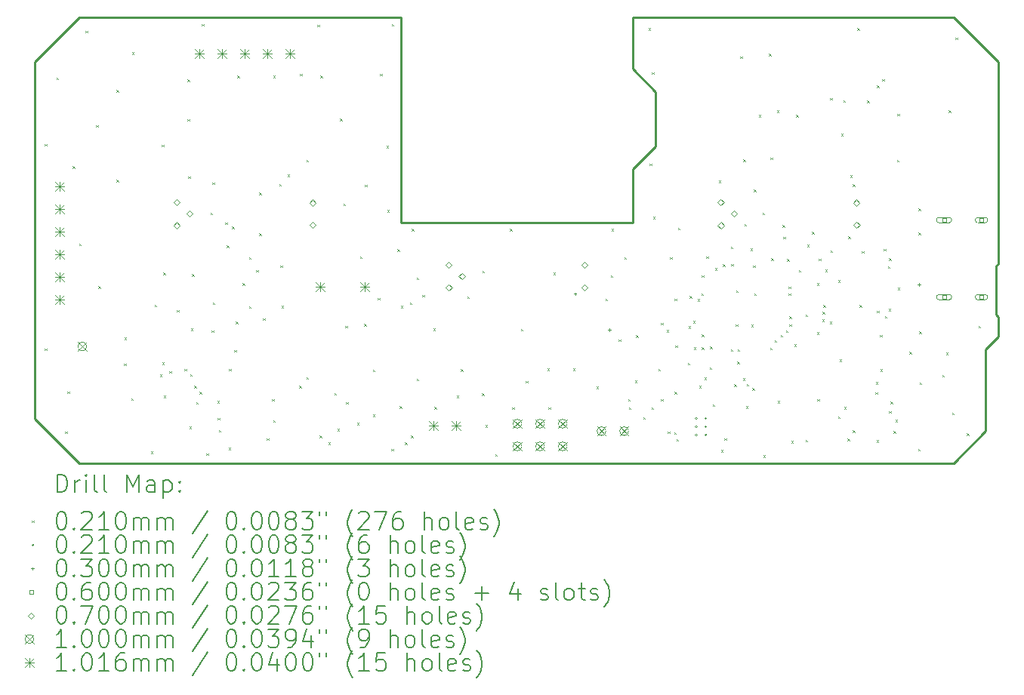
<source format=gbr>
%TF.GenerationSoftware,KiCad,Pcbnew,9.0.2*%
%TF.CreationDate,2025-08-01T13:46:34+01:00*%
%TF.ProjectId,FED3,46454433-2e6b-4696-9361-645f70636258,rev?*%
%TF.SameCoordinates,Original*%
%TF.FileFunction,Drillmap*%
%TF.FilePolarity,Positive*%
%FSLAX45Y45*%
G04 Gerber Fmt 4.5, Leading zero omitted, Abs format (unit mm)*
G04 Created by KiCad (PCBNEW 9.0.2) date 2025-08-01 13:46:34*
%MOMM*%
%LPD*%
G01*
G04 APERTURE LIST*
%ADD10C,0.250000*%
%ADD11C,0.200000*%
%ADD12C,0.100000*%
%ADD13C,0.101600*%
G04 APERTURE END LIST*
D10*
X20110110Y-12640360D02*
X20110110Y-11720360D01*
X16150110Y-10300360D02*
X13550110Y-10300360D01*
X16150110Y-8000360D02*
X16150110Y-8575160D01*
X16150110Y-8575160D02*
X16409710Y-8834760D01*
X9950110Y-8000360D02*
X9450110Y-8500360D01*
X20222110Y-10788360D02*
X20250110Y-10760360D01*
X20250110Y-8500360D02*
X19750110Y-8000360D01*
X20222110Y-11332360D02*
X20222110Y-10788360D01*
X20250110Y-10760360D02*
X20250110Y-8500360D01*
X16150110Y-9698360D02*
X16150110Y-10300360D01*
X20250110Y-11360360D02*
X20222110Y-11332360D01*
X13550110Y-10300360D02*
X13550110Y-8000360D01*
X9450110Y-12500360D02*
X9950110Y-13000360D01*
X16409710Y-8834760D02*
X16409710Y-9444360D01*
X19750110Y-13000360D02*
X20110110Y-12640360D01*
X19750110Y-8000360D02*
X16150110Y-8000360D01*
X20250110Y-11580360D02*
X20250110Y-11360360D01*
X9450110Y-8500360D02*
X9450110Y-12500360D01*
X9950110Y-13000360D02*
X19750110Y-13000360D01*
X16409710Y-9444360D02*
X16150110Y-9698360D01*
X20110110Y-11720360D02*
X20250110Y-11580360D01*
X13550110Y-8000360D02*
X9950110Y-8000360D01*
D11*
D12*
X9558610Y-9418460D02*
X9579610Y-9439460D01*
X9579610Y-9418460D02*
X9558610Y-9439460D01*
X9560890Y-11711640D02*
X9581890Y-11732640D01*
X9581890Y-11711640D02*
X9560890Y-11732640D01*
X9692000Y-8672000D02*
X9713000Y-8693000D01*
X9713000Y-8672000D02*
X9692000Y-8693000D01*
X9787210Y-12644260D02*
X9808210Y-12665260D01*
X9808210Y-12644260D02*
X9787210Y-12665260D01*
X9814890Y-12194240D02*
X9835890Y-12215240D01*
X9835890Y-12194240D02*
X9814890Y-12215240D01*
X9871030Y-9667380D02*
X9892030Y-9688380D01*
X9892030Y-9667380D02*
X9871030Y-9688380D01*
X9944500Y-10534500D02*
X9965500Y-10555500D01*
X9965500Y-10534500D02*
X9944500Y-10555500D01*
X10015810Y-8148460D02*
X10036810Y-8169460D01*
X10036810Y-8148460D02*
X10015810Y-8169460D01*
X10137000Y-9207000D02*
X10158000Y-9228000D01*
X10158000Y-9207000D02*
X10137000Y-9228000D01*
X10162000Y-11012000D02*
X10183000Y-11033000D01*
X10183000Y-11012000D02*
X10162000Y-11033000D01*
X10362000Y-8812000D02*
X10383000Y-8833000D01*
X10383000Y-8812000D02*
X10362000Y-8833000D01*
X10362000Y-9819500D02*
X10383000Y-9840500D01*
X10383000Y-9819500D02*
X10362000Y-9840500D01*
X10449500Y-11879500D02*
X10470500Y-11900500D01*
X10470500Y-11879500D02*
X10449500Y-11900500D01*
X10454500Y-11589500D02*
X10475500Y-11610500D01*
X10475500Y-11589500D02*
X10454500Y-11610500D01*
X10529500Y-12269500D02*
X10550500Y-12290500D01*
X10550500Y-12269500D02*
X10529500Y-12290500D01*
X10537000Y-8387000D02*
X10558000Y-8408000D01*
X10558000Y-8387000D02*
X10537000Y-8408000D01*
X10749500Y-12869500D02*
X10770500Y-12890500D01*
X10770500Y-12869500D02*
X10749500Y-12890500D01*
X10789500Y-11219500D02*
X10810500Y-11240500D01*
X10810500Y-11219500D02*
X10789500Y-11240500D01*
X10849500Y-12004500D02*
X10870500Y-12025500D01*
X10870500Y-12004500D02*
X10849500Y-12025500D01*
X10872000Y-9427000D02*
X10893000Y-9448000D01*
X10893000Y-9427000D02*
X10872000Y-9448000D01*
X10874500Y-11869500D02*
X10895500Y-11890500D01*
X10895500Y-11869500D02*
X10874500Y-11890500D01*
X10889500Y-10859500D02*
X10910500Y-10880500D01*
X10910500Y-10859500D02*
X10889500Y-10880500D01*
X10894500Y-12242000D02*
X10915500Y-12263000D01*
X10915500Y-12242000D02*
X10894500Y-12263000D01*
X10954500Y-11964500D02*
X10975500Y-11985500D01*
X10975500Y-11964500D02*
X10954500Y-11985500D01*
X11042000Y-11279500D02*
X11063000Y-11300500D01*
X11063000Y-11279500D02*
X11042000Y-11300500D01*
X11124500Y-11939500D02*
X11145500Y-11960500D01*
X11145500Y-11939500D02*
X11124500Y-11960500D01*
X11158810Y-8694560D02*
X11179810Y-8715560D01*
X11179810Y-8694560D02*
X11158810Y-8715560D01*
X11158810Y-9139060D02*
X11179810Y-9160060D01*
X11179810Y-9139060D02*
X11158810Y-9160060D01*
X11169500Y-9779500D02*
X11190500Y-9800500D01*
X11190500Y-9779500D02*
X11169500Y-9800500D01*
X11179500Y-12589500D02*
X11200500Y-12610500D01*
X11200500Y-12589500D02*
X11179500Y-12610500D01*
X11187000Y-11999500D02*
X11208000Y-12020500D01*
X11208000Y-11999500D02*
X11187000Y-12020500D01*
X11197000Y-11487000D02*
X11218000Y-11508000D01*
X11218000Y-11487000D02*
X11197000Y-11508000D01*
X11212000Y-10877000D02*
X11233000Y-10898000D01*
X11233000Y-10877000D02*
X11212000Y-10898000D01*
X11237000Y-12129500D02*
X11258000Y-12150500D01*
X11258000Y-12129500D02*
X11237000Y-12150500D01*
X11257000Y-12314500D02*
X11278000Y-12335500D01*
X11278000Y-12314500D02*
X11257000Y-12335500D01*
X11297000Y-12199500D02*
X11318000Y-12220500D01*
X11318000Y-12199500D02*
X11297000Y-12220500D01*
X11322000Y-8069500D02*
X11343000Y-8090500D01*
X11343000Y-8069500D02*
X11322000Y-8090500D01*
X11369500Y-12889500D02*
X11390500Y-12910500D01*
X11390500Y-12889500D02*
X11369500Y-12910500D01*
X11419500Y-10189500D02*
X11440500Y-10210500D01*
X11440500Y-10189500D02*
X11419500Y-10210500D01*
X11429500Y-11509500D02*
X11450500Y-11530500D01*
X11450500Y-11509500D02*
X11429500Y-11530500D01*
X11439500Y-9851500D02*
X11460500Y-9872500D01*
X11460500Y-9851500D02*
X11439500Y-9872500D01*
X11444500Y-11194500D02*
X11465500Y-11215500D01*
X11465500Y-11194500D02*
X11444500Y-11215500D01*
X11494500Y-12299500D02*
X11515500Y-12320500D01*
X11515500Y-12299500D02*
X11494500Y-12320500D01*
X11499500Y-12489500D02*
X11520500Y-12510500D01*
X11520500Y-12489500D02*
X11499500Y-12510500D01*
X11509500Y-12624500D02*
X11530500Y-12645500D01*
X11530500Y-12624500D02*
X11509500Y-12645500D01*
X11584500Y-10299500D02*
X11605500Y-10320500D01*
X11605500Y-10299500D02*
X11584500Y-10320500D01*
X11599500Y-10555000D02*
X11620500Y-10576000D01*
X11620500Y-10555000D02*
X11599500Y-10576000D01*
X11619500Y-12824500D02*
X11640500Y-12845500D01*
X11640500Y-12824500D02*
X11619500Y-12845500D01*
X11624500Y-11939000D02*
X11645500Y-11960000D01*
X11645500Y-11939000D02*
X11624500Y-11960000D01*
X11659500Y-10344500D02*
X11680500Y-10365500D01*
X11680500Y-10344500D02*
X11659500Y-10365500D01*
X11684500Y-11731000D02*
X11705500Y-11752000D01*
X11705500Y-11731000D02*
X11684500Y-11752000D01*
X11699500Y-11409500D02*
X11720500Y-11430500D01*
X11720500Y-11409500D02*
X11699500Y-11430500D01*
X11719500Y-8649500D02*
X11740500Y-8670500D01*
X11740500Y-8649500D02*
X11719500Y-8670500D01*
X11779500Y-10979500D02*
X11800500Y-11000500D01*
X11800500Y-10979500D02*
X11779500Y-11000500D01*
X11849500Y-10689500D02*
X11870500Y-10710500D01*
X11870500Y-10689500D02*
X11849500Y-10710500D01*
X11849500Y-11239500D02*
X11870500Y-11260500D01*
X11870500Y-11239500D02*
X11849500Y-11260500D01*
X11929500Y-10829500D02*
X11950500Y-10850500D01*
X11950500Y-10829500D02*
X11929500Y-10850500D01*
X11964500Y-9964500D02*
X11985500Y-9985500D01*
X11985500Y-9964500D02*
X11964500Y-9985500D01*
X11964500Y-10419500D02*
X11985500Y-10440500D01*
X11985500Y-10419500D02*
X11964500Y-10440500D01*
X12004500Y-11372500D02*
X12025500Y-11393500D01*
X12025500Y-11372500D02*
X12004500Y-11393500D01*
X12049500Y-12719500D02*
X12070500Y-12740500D01*
X12070500Y-12719500D02*
X12049500Y-12740500D01*
X12108875Y-12280125D02*
X12129875Y-12301125D01*
X12129875Y-12280125D02*
X12108875Y-12301125D01*
X12119500Y-8649500D02*
X12140500Y-8670500D01*
X12140500Y-8649500D02*
X12119500Y-8670500D01*
X12119500Y-12514500D02*
X12140500Y-12535500D01*
X12140500Y-12514500D02*
X12119500Y-12535500D01*
X12189500Y-9864500D02*
X12210500Y-9885500D01*
X12210500Y-9864500D02*
X12189500Y-9885500D01*
X12199500Y-10779500D02*
X12220500Y-10800500D01*
X12220500Y-10779500D02*
X12199500Y-10800500D01*
X12212000Y-11232000D02*
X12233000Y-11253000D01*
X12233000Y-11232000D02*
X12212000Y-11253000D01*
X12279500Y-9759500D02*
X12300500Y-9780500D01*
X12300500Y-9759500D02*
X12279500Y-9780500D01*
X12412317Y-12132318D02*
X12433317Y-12153318D01*
X12433317Y-12132318D02*
X12412317Y-12153318D01*
X12419500Y-8629500D02*
X12440500Y-8650500D01*
X12440500Y-8629500D02*
X12419500Y-8650500D01*
X12493676Y-12032485D02*
X12514676Y-12053485D01*
X12514676Y-12032485D02*
X12493676Y-12053485D01*
X12494500Y-9594500D02*
X12515500Y-9615500D01*
X12515500Y-9594500D02*
X12494500Y-9615500D01*
X12614500Y-8079500D02*
X12635500Y-8100500D01*
X12635500Y-8079500D02*
X12614500Y-8100500D01*
X12639500Y-12689500D02*
X12660500Y-12710500D01*
X12660500Y-12689500D02*
X12639500Y-12710500D01*
X12649500Y-8649500D02*
X12670500Y-8670500D01*
X12670500Y-8649500D02*
X12649500Y-8670500D01*
X12739500Y-12764500D02*
X12760500Y-12785500D01*
X12760500Y-12764500D02*
X12739500Y-12785500D01*
X12804500Y-12209500D02*
X12825500Y-12230500D01*
X12825500Y-12209500D02*
X12804500Y-12230500D01*
X12839500Y-12614500D02*
X12860500Y-12635500D01*
X12860500Y-12614500D02*
X12839500Y-12635500D01*
X12869500Y-9134500D02*
X12890500Y-9155500D01*
X12890500Y-9134500D02*
X12869500Y-9155500D01*
X12907000Y-10087000D02*
X12928000Y-10108000D01*
X12928000Y-10087000D02*
X12907000Y-10108000D01*
X12929500Y-11459500D02*
X12950500Y-11480500D01*
X12950500Y-11459500D02*
X12929500Y-11480500D01*
X12939500Y-12314500D02*
X12960500Y-12335500D01*
X12960500Y-12314500D02*
X12939500Y-12335500D01*
X13061140Y-12544343D02*
X13082140Y-12565343D01*
X13082140Y-12544343D02*
X13061140Y-12565343D01*
X13092000Y-10679500D02*
X13113000Y-10700500D01*
X13113000Y-10679500D02*
X13092000Y-10700500D01*
X13140003Y-11437063D02*
X13161003Y-11458063D01*
X13161003Y-11437063D02*
X13140003Y-11458063D01*
X13149500Y-9874500D02*
X13170500Y-9895500D01*
X13170500Y-9874500D02*
X13149500Y-9895500D01*
X13239500Y-11949500D02*
X13260500Y-11970500D01*
X13260500Y-11949500D02*
X13239500Y-11970500D01*
X13239500Y-12454500D02*
X13260500Y-12475500D01*
X13260500Y-12454500D02*
X13239500Y-12475500D01*
X13294500Y-11144500D02*
X13315500Y-11165500D01*
X13315500Y-11144500D02*
X13294500Y-11165500D01*
X13317810Y-8631060D02*
X13338810Y-8652060D01*
X13338810Y-8631060D02*
X13317810Y-8652060D01*
X13389500Y-9439500D02*
X13410500Y-9460500D01*
X13410500Y-9439500D02*
X13389500Y-9460500D01*
X13399500Y-10159500D02*
X13420500Y-10180500D01*
X13420500Y-10159500D02*
X13399500Y-10180500D01*
X13444500Y-12839500D02*
X13465500Y-12860500D01*
X13465500Y-12839500D02*
X13444500Y-12860500D01*
X13449500Y-8069500D02*
X13470500Y-8090500D01*
X13470500Y-8069500D02*
X13449500Y-8090500D01*
X13514500Y-10599500D02*
X13535500Y-10620500D01*
X13535500Y-10599500D02*
X13514500Y-10620500D01*
X13539500Y-12361100D02*
X13560500Y-12382100D01*
X13560500Y-12361100D02*
X13539500Y-12382100D01*
X13549500Y-11234500D02*
X13570500Y-11255500D01*
X13570500Y-11234500D02*
X13549500Y-11255500D01*
X13599600Y-12764500D02*
X13620600Y-12785500D01*
X13620600Y-12764500D02*
X13599600Y-12785500D01*
X13654500Y-11194500D02*
X13675500Y-11215500D01*
X13675500Y-11194500D02*
X13654500Y-11215500D01*
X13664500Y-12689500D02*
X13685500Y-12710500D01*
X13685500Y-12689500D02*
X13664500Y-12710500D01*
X13674500Y-10369500D02*
X13695500Y-10390500D01*
X13695500Y-10369500D02*
X13674500Y-10390500D01*
X13729030Y-10914080D02*
X13750030Y-10935080D01*
X13750030Y-10914080D02*
X13729030Y-10935080D01*
X13729500Y-12049500D02*
X13750500Y-12070500D01*
X13750500Y-12049500D02*
X13729500Y-12070500D01*
X13792000Y-11112000D02*
X13813000Y-11133000D01*
X13813000Y-11112000D02*
X13792000Y-11133000D01*
X13914500Y-11489500D02*
X13935500Y-11510500D01*
X13935500Y-11489500D02*
X13914500Y-11510500D01*
X13929500Y-12369500D02*
X13950500Y-12390500D01*
X13950500Y-12369500D02*
X13929500Y-12390500D01*
X14177000Y-12239500D02*
X14198000Y-12260500D01*
X14198000Y-12239500D02*
X14177000Y-12260500D01*
X14224500Y-11944500D02*
X14245500Y-11965500D01*
X14245500Y-11944500D02*
X14224500Y-11965500D01*
X14294500Y-11129500D02*
X14315500Y-11150500D01*
X14315500Y-11129500D02*
X14294500Y-11150500D01*
X14459500Y-12214500D02*
X14480500Y-12235500D01*
X14480500Y-12214500D02*
X14459500Y-12235500D01*
X14465630Y-10840420D02*
X14486630Y-10861420D01*
X14486630Y-10840420D02*
X14465630Y-10861420D01*
X14499500Y-12569500D02*
X14520500Y-12590500D01*
X14520500Y-12569500D02*
X14499500Y-12590500D01*
X14609500Y-12899500D02*
X14630500Y-12920500D01*
X14630500Y-12899500D02*
X14609500Y-12920500D01*
X14774789Y-10369073D02*
X14795789Y-10390073D01*
X14795789Y-10369073D02*
X14774789Y-10390073D01*
X14799010Y-12371120D02*
X14820010Y-12392120D01*
X14820010Y-12371120D02*
X14799010Y-12392120D01*
X14896971Y-11491146D02*
X14917971Y-11512146D01*
X14917971Y-11491146D02*
X14896971Y-11512146D01*
X14954500Y-12074500D02*
X14975500Y-12095500D01*
X14975500Y-12074500D02*
X14954500Y-12095500D01*
X15192000Y-11937000D02*
X15213000Y-11958000D01*
X15213000Y-11937000D02*
X15192000Y-11958000D01*
X15205410Y-12371120D02*
X15226410Y-12392120D01*
X15226410Y-12371120D02*
X15205410Y-12392120D01*
X15259500Y-10859500D02*
X15280500Y-10880500D01*
X15280500Y-10859500D02*
X15259500Y-10880500D01*
X15482000Y-11937000D02*
X15503000Y-11958000D01*
X15503000Y-11937000D02*
X15482000Y-11958000D01*
X15744500Y-12139500D02*
X15765500Y-12160500D01*
X15765500Y-12139500D02*
X15744500Y-12160500D01*
X15844500Y-11154500D02*
X15865500Y-11175500D01*
X15865500Y-11154500D02*
X15844500Y-11175500D01*
X15904500Y-10889500D02*
X15925500Y-10910500D01*
X15925500Y-10889500D02*
X15904500Y-10910500D01*
X15914500Y-10369500D02*
X15935500Y-10390500D01*
X15935500Y-10369500D02*
X15914500Y-10390500D01*
X15995500Y-11609500D02*
X16016500Y-11630500D01*
X16016500Y-11609500D02*
X15995500Y-11630500D01*
X16059500Y-10689500D02*
X16080500Y-10710500D01*
X16080500Y-10689500D02*
X16059500Y-10710500D01*
X16102000Y-12279500D02*
X16123000Y-12300500D01*
X16123000Y-12279500D02*
X16102000Y-12300500D01*
X16109500Y-12374500D02*
X16130500Y-12395500D01*
X16130500Y-12374500D02*
X16109500Y-12395500D01*
X16174500Y-12070000D02*
X16195500Y-12091000D01*
X16195500Y-12070000D02*
X16174500Y-12091000D01*
X16187214Y-11564372D02*
X16208214Y-11585372D01*
X16208214Y-11564372D02*
X16187214Y-11585372D01*
X16269500Y-12483600D02*
X16290500Y-12504600D01*
X16290500Y-12483600D02*
X16269500Y-12504600D01*
X16329500Y-8119500D02*
X16350500Y-8140500D01*
X16350500Y-8119500D02*
X16329500Y-8140500D01*
X16339500Y-9639500D02*
X16360500Y-9660500D01*
X16360500Y-9639500D02*
X16339500Y-9660500D01*
X16360269Y-12373660D02*
X16381269Y-12394660D01*
X16381269Y-12373660D02*
X16360269Y-12394660D01*
X16364500Y-8614500D02*
X16385500Y-8635500D01*
X16385500Y-8614500D02*
X16364500Y-8635500D01*
X16379500Y-10234500D02*
X16400500Y-10255500D01*
X16400500Y-10234500D02*
X16379500Y-10255500D01*
X16439500Y-11939500D02*
X16460500Y-11960500D01*
X16460500Y-11939500D02*
X16439500Y-11960500D01*
X16469500Y-11424500D02*
X16490500Y-11445500D01*
X16490500Y-11424500D02*
X16469500Y-11445500D01*
X16469500Y-12279500D02*
X16490500Y-12300500D01*
X16490500Y-12279500D02*
X16469500Y-12300500D01*
X16530000Y-11503872D02*
X16551000Y-11524872D01*
X16551000Y-11503872D02*
X16530000Y-11524872D01*
X16544759Y-12645481D02*
X16565759Y-12666481D01*
X16565759Y-12645481D02*
X16544759Y-12666481D01*
X16568000Y-10686750D02*
X16589000Y-10707750D01*
X16589000Y-10686750D02*
X16568000Y-10707750D01*
X16614088Y-12649705D02*
X16635088Y-12670705D01*
X16635088Y-12649705D02*
X16614088Y-12670705D01*
X16618533Y-12200742D02*
X16639533Y-12221742D01*
X16639533Y-12200742D02*
X16618533Y-12221742D01*
X16619500Y-11154500D02*
X16640500Y-11175500D01*
X16640500Y-11154500D02*
X16619500Y-11175500D01*
X16629500Y-11679500D02*
X16650500Y-11700500D01*
X16650500Y-11679500D02*
X16629500Y-11700500D01*
X16639500Y-12729500D02*
X16660500Y-12750500D01*
X16660500Y-12729500D02*
X16639500Y-12750500D01*
X16659500Y-10359500D02*
X16680500Y-10380500D01*
X16680500Y-10359500D02*
X16659500Y-10380500D01*
X16767000Y-11874500D02*
X16788000Y-11895500D01*
X16788000Y-11874500D02*
X16767000Y-11895500D01*
X16775030Y-11463400D02*
X16796030Y-11484400D01*
X16796030Y-11463400D02*
X16775030Y-11484400D01*
X16790000Y-11124500D02*
X16811000Y-11145500D01*
X16811000Y-11124500D02*
X16790000Y-11145500D01*
X16829482Y-11402900D02*
X16850482Y-11423900D01*
X16850482Y-11402900D02*
X16829482Y-11423900D01*
X16835664Y-11699200D02*
X16856664Y-11720200D01*
X16856664Y-11699200D02*
X16835664Y-11720200D01*
X16879500Y-11158250D02*
X16900500Y-11179250D01*
X16900500Y-11158250D02*
X16879500Y-11179250D01*
X16896646Y-12129517D02*
X16917646Y-12150517D01*
X16917646Y-12129517D02*
X16896646Y-12150517D01*
X16919500Y-11092000D02*
X16940500Y-11113000D01*
X16940500Y-11092000D02*
X16919500Y-11113000D01*
X16925128Y-11699200D02*
X16946128Y-11720200D01*
X16946128Y-11699200D02*
X16925128Y-11720200D01*
X16925500Y-10889250D02*
X16946500Y-10910250D01*
X16946500Y-10889250D02*
X16925500Y-10910250D01*
X16926000Y-11554000D02*
X16947000Y-11575000D01*
X16947000Y-11554000D02*
X16926000Y-11575000D01*
X16956030Y-12037970D02*
X16977030Y-12058970D01*
X16977030Y-12037970D02*
X16956030Y-12058970D01*
X16978000Y-10679250D02*
X16999000Y-10700250D01*
X16999000Y-10679250D02*
X16978000Y-10700250D01*
X17014500Y-11924500D02*
X17035500Y-11945500D01*
X17035500Y-11924500D02*
X17014500Y-11945500D01*
X17019500Y-11689500D02*
X17040500Y-11710500D01*
X17040500Y-11689500D02*
X17019500Y-11710500D01*
X17049500Y-12339500D02*
X17070500Y-12360500D01*
X17070500Y-12339500D02*
X17049500Y-12360500D01*
X17074500Y-10809500D02*
X17095500Y-10830500D01*
X17095500Y-10809500D02*
X17074500Y-10830500D01*
X17115490Y-9830100D02*
X17136490Y-9851100D01*
X17136490Y-9830100D02*
X17115490Y-9851100D01*
X17139500Y-12849500D02*
X17160500Y-12870500D01*
X17160500Y-12849500D02*
X17139500Y-12870500D01*
X17160750Y-10768250D02*
X17181750Y-10789250D01*
X17181750Y-10768250D02*
X17160750Y-10789250D01*
X17181000Y-12721500D02*
X17202000Y-12742500D01*
X17202000Y-12721500D02*
X17181000Y-12742500D01*
X17251085Y-11720446D02*
X17272085Y-11741446D01*
X17272085Y-11720446D02*
X17251085Y-11741446D01*
X17252000Y-10567000D02*
X17273000Y-10588000D01*
X17273000Y-10567000D02*
X17252000Y-10588000D01*
X17254500Y-10764500D02*
X17275500Y-10785500D01*
X17275500Y-10764500D02*
X17254500Y-10785500D01*
X17289500Y-12114500D02*
X17310500Y-12135500D01*
X17310500Y-12114500D02*
X17289500Y-12135500D01*
X17304500Y-11439500D02*
X17325500Y-11460500D01*
X17325500Y-11439500D02*
X17304500Y-11460500D01*
X17309500Y-11059500D02*
X17330500Y-11080500D01*
X17330500Y-11059500D02*
X17309500Y-11080500D01*
X17324500Y-11859500D02*
X17345500Y-11880500D01*
X17345500Y-11859500D02*
X17324500Y-11880500D01*
X17329500Y-11719481D02*
X17350500Y-11740481D01*
X17350500Y-11719481D02*
X17329500Y-11740481D01*
X17358690Y-8435040D02*
X17379690Y-8456040D01*
X17379690Y-8435040D02*
X17358690Y-8456040D01*
X17386788Y-12045432D02*
X17407788Y-12066432D01*
X17407788Y-12045432D02*
X17386788Y-12066432D01*
X17389500Y-9589500D02*
X17410500Y-9610500D01*
X17410500Y-9589500D02*
X17389500Y-9610500D01*
X17404500Y-10317000D02*
X17425500Y-10338000D01*
X17425500Y-10317000D02*
X17404500Y-10338000D01*
X17419500Y-12361100D02*
X17440500Y-12382100D01*
X17440500Y-12361100D02*
X17419500Y-12382100D01*
X17429500Y-12109500D02*
X17450500Y-12130500D01*
X17450500Y-12109500D02*
X17429500Y-12130500D01*
X17469500Y-10589500D02*
X17490500Y-10610500D01*
X17490500Y-10589500D02*
X17469500Y-10610500D01*
X17482000Y-11447000D02*
X17503000Y-11468000D01*
X17503000Y-11447000D02*
X17482000Y-11468000D01*
X17494500Y-12154500D02*
X17515500Y-12175500D01*
X17515500Y-12154500D02*
X17494500Y-12175500D01*
X17499500Y-10779500D02*
X17520500Y-10800500D01*
X17520500Y-10779500D02*
X17499500Y-10800500D01*
X17509500Y-9929500D02*
X17530500Y-9950500D01*
X17530500Y-9929500D02*
X17509500Y-9950500D01*
X17514680Y-11095717D02*
X17535680Y-11116717D01*
X17535680Y-11095717D02*
X17514680Y-11116717D01*
X17563050Y-9092440D02*
X17584050Y-9113440D01*
X17584050Y-9092440D02*
X17563050Y-9113440D01*
X17606700Y-10189860D02*
X17627700Y-10210860D01*
X17627700Y-10189860D02*
X17606700Y-10210860D01*
X17614500Y-12909500D02*
X17635500Y-12930500D01*
X17635500Y-12909500D02*
X17614500Y-12930500D01*
X17679890Y-8406640D02*
X17700890Y-8427640D01*
X17700890Y-8406640D02*
X17679890Y-8427640D01*
X17689500Y-11704251D02*
X17710500Y-11725251D01*
X17710500Y-11704251D02*
X17689500Y-11725251D01*
X17694500Y-9572000D02*
X17715500Y-9593000D01*
X17715500Y-9572000D02*
X17694500Y-9593000D01*
X17704500Y-10699500D02*
X17725500Y-10720500D01*
X17725500Y-10699500D02*
X17704500Y-10720500D01*
X17744500Y-11619500D02*
X17765500Y-11640500D01*
X17765500Y-11619500D02*
X17744500Y-11640500D01*
X17769500Y-9039500D02*
X17790500Y-9060500D01*
X17790500Y-9039500D02*
X17769500Y-9060500D01*
X17777000Y-12302000D02*
X17798000Y-12323000D01*
X17798000Y-12302000D02*
X17777000Y-12323000D01*
X17810078Y-11559500D02*
X17831078Y-11580500D01*
X17831078Y-11559500D02*
X17810078Y-11580500D01*
X17829500Y-10327300D02*
X17850500Y-10348300D01*
X17850500Y-10327300D02*
X17829500Y-10348300D01*
X17839500Y-10459500D02*
X17860500Y-10480500D01*
X17860500Y-10459500D02*
X17839500Y-10480500D01*
X17870499Y-11506979D02*
X17891499Y-11527979D01*
X17891499Y-11506979D02*
X17870499Y-11527979D01*
X17882000Y-10709500D02*
X17903000Y-10730500D01*
X17903000Y-10709500D02*
X17882000Y-10730500D01*
X17898631Y-11095222D02*
X17919631Y-11116222D01*
X17919631Y-11095222D02*
X17898631Y-11116222D01*
X17899545Y-11018227D02*
X17920545Y-11039227D01*
X17920545Y-11018227D02*
X17899545Y-11039227D01*
X17906926Y-11439141D02*
X17927926Y-11460141D01*
X17927926Y-11439141D02*
X17906926Y-11460141D01*
X17907341Y-11353995D02*
X17928341Y-11374995D01*
X17928341Y-11353995D02*
X17907341Y-11374995D01*
X17929500Y-12749500D02*
X17950500Y-12770500D01*
X17950500Y-12749500D02*
X17929500Y-12770500D01*
X17964500Y-11667000D02*
X17985500Y-11688000D01*
X17985500Y-11667000D02*
X17964500Y-11688000D01*
X17984690Y-9092440D02*
X18005690Y-9113440D01*
X18005690Y-9092440D02*
X17984690Y-9113440D01*
X18012000Y-10829500D02*
X18033000Y-10850500D01*
X18033000Y-10829500D02*
X18012000Y-10850500D01*
X18089500Y-11329500D02*
X18110500Y-11350500D01*
X18110500Y-11329500D02*
X18089500Y-11350500D01*
X18089500Y-12734500D02*
X18110500Y-12755500D01*
X18110500Y-12734500D02*
X18089500Y-12755500D01*
X18107320Y-10548280D02*
X18128320Y-10569280D01*
X18128320Y-10548280D02*
X18107320Y-10569280D01*
X18159500Y-10404500D02*
X18180500Y-10425500D01*
X18180500Y-10404500D02*
X18159500Y-10425500D01*
X18214500Y-10979500D02*
X18235500Y-11000500D01*
X18235500Y-10979500D02*
X18214500Y-11000500D01*
X18217000Y-11529500D02*
X18238000Y-11550500D01*
X18238000Y-11529500D02*
X18217000Y-11550500D01*
X18219500Y-12279500D02*
X18240500Y-12300500D01*
X18240500Y-12279500D02*
X18219500Y-12300500D01*
X18239400Y-10705760D02*
X18260400Y-10726760D01*
X18260400Y-10705760D02*
X18239400Y-10726760D01*
X18274500Y-11384500D02*
X18295500Y-11405500D01*
X18295500Y-11384500D02*
X18274500Y-11405500D01*
X18279323Y-11300825D02*
X18300323Y-11321825D01*
X18300323Y-11300825D02*
X18279323Y-11321825D01*
X18289500Y-11224500D02*
X18310500Y-11245500D01*
X18310500Y-11224500D02*
X18289500Y-11245500D01*
X18307980Y-10827680D02*
X18328980Y-10848680D01*
X18328980Y-10827680D02*
X18307980Y-10848680D01*
X18359500Y-11409500D02*
X18380500Y-11430500D01*
X18380500Y-11409500D02*
X18359500Y-11430500D01*
X18365460Y-8900460D02*
X18386460Y-8921460D01*
X18386460Y-8900460D02*
X18365460Y-8921460D01*
X18369500Y-10612500D02*
X18390500Y-10633500D01*
X18390500Y-10612500D02*
X18369500Y-10633500D01*
X18452269Y-10943827D02*
X18473269Y-10964827D01*
X18473269Y-10943827D02*
X18452269Y-10964827D01*
X18454500Y-12474500D02*
X18475500Y-12495500D01*
X18475500Y-12474500D02*
X18454500Y-12495500D01*
X18469500Y-11834500D02*
X18490500Y-11855500D01*
X18490500Y-11834500D02*
X18469500Y-11855500D01*
X18486450Y-9303720D02*
X18507450Y-9324720D01*
X18507450Y-9303720D02*
X18486450Y-9324720D01*
X18514500Y-8924500D02*
X18535500Y-8945500D01*
X18535500Y-8924500D02*
X18514500Y-8945500D01*
X18519500Y-12369500D02*
X18540500Y-12390500D01*
X18540500Y-12369500D02*
X18519500Y-12390500D01*
X18559500Y-12724500D02*
X18580500Y-12745500D01*
X18580500Y-12724500D02*
X18559500Y-12745500D01*
X18569500Y-10454500D02*
X18590500Y-10475500D01*
X18590500Y-10454500D02*
X18569500Y-10475500D01*
X18589500Y-9769500D02*
X18610500Y-9790500D01*
X18610500Y-9769500D02*
X18589500Y-9790500D01*
X18619500Y-9869500D02*
X18640500Y-9890500D01*
X18640500Y-9869500D02*
X18619500Y-9890500D01*
X18619500Y-12629500D02*
X18640500Y-12650500D01*
X18640500Y-12629500D02*
X18619500Y-12650500D01*
X18669500Y-8119500D02*
X18690500Y-8140500D01*
X18690500Y-8119500D02*
X18669500Y-8140500D01*
X18694500Y-11224500D02*
X18715500Y-11245500D01*
X18715500Y-11224500D02*
X18694500Y-11245500D01*
X18719500Y-10619500D02*
X18740500Y-10640500D01*
X18740500Y-10619500D02*
X18719500Y-10640500D01*
X18779500Y-8932000D02*
X18800500Y-8953000D01*
X18800500Y-8932000D02*
X18779500Y-8953000D01*
X18871860Y-12201820D02*
X18892860Y-12222820D01*
X18892860Y-12201820D02*
X18871860Y-12222820D01*
X18876017Y-12089500D02*
X18897017Y-12110500D01*
X18897017Y-12089500D02*
X18876017Y-12110500D01*
X18887000Y-12739500D02*
X18908000Y-12760500D01*
X18908000Y-12739500D02*
X18887000Y-12760500D01*
X18889500Y-8759500D02*
X18910500Y-8780500D01*
X18910500Y-8759500D02*
X18889500Y-8780500D01*
X18889500Y-11289500D02*
X18910500Y-11310500D01*
X18910500Y-11289500D02*
X18889500Y-11310500D01*
X18924500Y-11559500D02*
X18945500Y-11580500D01*
X18945500Y-11559500D02*
X18924500Y-11580500D01*
X18929500Y-11944500D02*
X18950500Y-11965500D01*
X18950500Y-11944500D02*
X18929500Y-11965500D01*
X18949500Y-8689500D02*
X18970500Y-8710500D01*
X18970500Y-8689500D02*
X18949500Y-8710500D01*
X18967420Y-10596540D02*
X18988420Y-10617540D01*
X18988420Y-10596540D02*
X18967420Y-10617540D01*
X18979500Y-11349500D02*
X19000500Y-11370500D01*
X19000500Y-11349500D02*
X18979500Y-11370500D01*
X19010677Y-10790836D02*
X19031677Y-10811836D01*
X19031677Y-10790836D02*
X19010677Y-10811836D01*
X19019500Y-11269500D02*
X19040500Y-11290500D01*
X19040500Y-11269500D02*
X19019500Y-11290500D01*
X19024500Y-12414500D02*
X19045500Y-12435500D01*
X19045500Y-12414500D02*
X19024500Y-12435500D01*
X19026800Y-10700680D02*
X19047800Y-10721680D01*
X19047800Y-10700680D02*
X19026800Y-10721680D01*
X19042040Y-12308500D02*
X19063040Y-12329500D01*
X19063040Y-12308500D02*
X19042040Y-12329500D01*
X19077000Y-12639500D02*
X19098000Y-12660500D01*
X19098000Y-12639500D02*
X19077000Y-12660500D01*
X19095380Y-12511700D02*
X19116380Y-12532700D01*
X19116380Y-12511700D02*
X19095380Y-12532700D01*
X19113160Y-9593240D02*
X19134160Y-9614240D01*
X19134160Y-9593240D02*
X19113160Y-9614240D01*
X19119500Y-9079500D02*
X19140500Y-9100500D01*
X19140500Y-9079500D02*
X19119500Y-9100500D01*
X19123320Y-11030880D02*
X19144320Y-11051880D01*
X19144320Y-11030880D02*
X19123320Y-11051880D01*
X19255500Y-11749500D02*
X19276500Y-11770500D01*
X19276500Y-11749500D02*
X19255500Y-11770500D01*
X19349500Y-12839500D02*
X19370500Y-12860500D01*
X19370500Y-12839500D02*
X19349500Y-12860500D01*
X19354460Y-10141880D02*
X19375460Y-10162880D01*
X19375460Y-10141880D02*
X19354460Y-10162880D01*
X19354460Y-10413660D02*
X19375460Y-10434660D01*
X19375460Y-10413660D02*
X19354460Y-10434660D01*
X19364500Y-11519500D02*
X19385500Y-11540500D01*
X19385500Y-11519500D02*
X19364500Y-11540500D01*
X19369500Y-12094500D02*
X19390500Y-12115500D01*
X19390500Y-12094500D02*
X19369500Y-12115500D01*
X19623500Y-12006500D02*
X19644500Y-12027500D01*
X19644500Y-12006500D02*
X19623500Y-12027500D01*
X19664500Y-11759500D02*
X19685500Y-11780500D01*
X19685500Y-11759500D02*
X19664500Y-11780500D01*
X19692950Y-9042100D02*
X19713950Y-9063100D01*
X19713950Y-9042100D02*
X19692950Y-9063100D01*
X19730500Y-12429500D02*
X19751500Y-12450500D01*
X19751500Y-12429500D02*
X19730500Y-12450500D01*
X19769410Y-8224660D02*
X19790410Y-8245660D01*
X19790410Y-8224660D02*
X19769410Y-8245660D01*
X19897000Y-12664500D02*
X19918000Y-12685500D01*
X19918000Y-12664500D02*
X19897000Y-12685500D01*
X20029500Y-11459500D02*
X20050500Y-11480500D01*
X20050500Y-11459500D02*
X20029500Y-11480500D01*
X16873560Y-12497500D02*
G75*
G02*
X16852560Y-12497500I-10500J0D01*
G01*
X16852560Y-12497500D02*
G75*
G02*
X16873560Y-12497500I10500J0D01*
G01*
X16873560Y-12590000D02*
G75*
G02*
X16852560Y-12590000I-10500J0D01*
G01*
X16852560Y-12590000D02*
G75*
G02*
X16873560Y-12590000I10500J0D01*
G01*
X16873560Y-12682500D02*
G75*
G02*
X16852560Y-12682500I-10500J0D01*
G01*
X16852560Y-12682500D02*
G75*
G02*
X16873560Y-12682500I10500J0D01*
G01*
X16981560Y-12497500D02*
G75*
G02*
X16960560Y-12497500I-10500J0D01*
G01*
X16960560Y-12497500D02*
G75*
G02*
X16981560Y-12497500I10500J0D01*
G01*
X16981560Y-12590000D02*
G75*
G02*
X16960560Y-12590000I-10500J0D01*
G01*
X16960560Y-12590000D02*
G75*
G02*
X16981560Y-12590000I10500J0D01*
G01*
X16981560Y-12682500D02*
G75*
G02*
X16960560Y-12682500I-10500J0D01*
G01*
X16960560Y-12682500D02*
G75*
G02*
X16981560Y-12682500I10500J0D01*
G01*
X15505000Y-11085000D02*
X15505000Y-11115000D01*
X15490000Y-11100000D02*
X15520000Y-11100000D01*
X15888900Y-11485658D02*
X15888900Y-11515658D01*
X15873900Y-11500658D02*
X15903900Y-11500658D01*
X19362420Y-10978120D02*
X19362420Y-11008120D01*
X19347420Y-10993120D02*
X19377420Y-10993120D01*
X19664133Y-10292573D02*
X19664133Y-10250147D01*
X19621707Y-10250147D01*
X19621707Y-10292573D01*
X19664133Y-10292573D01*
X19587920Y-10301360D02*
X19697920Y-10301360D01*
X19697920Y-10241360D02*
G75*
G02*
X19697920Y-10301360I0J-30000D01*
G01*
X19697920Y-10241360D02*
X19587920Y-10241360D01*
X19587920Y-10241360D02*
G75*
G03*
X19587920Y-10301360I0J-30000D01*
G01*
X19664133Y-11156573D02*
X19664133Y-11114147D01*
X19621707Y-11114147D01*
X19621707Y-11156573D01*
X19664133Y-11156573D01*
X19587920Y-11165360D02*
X19697920Y-11165360D01*
X19697920Y-11105360D02*
G75*
G02*
X19697920Y-11165360I0J-30000D01*
G01*
X19697920Y-11105360D02*
X19587920Y-11105360D01*
X19587920Y-11105360D02*
G75*
G03*
X19587920Y-11165360I0J-30000D01*
G01*
X20082133Y-10292573D02*
X20082133Y-10250147D01*
X20039707Y-10250147D01*
X20039707Y-10292573D01*
X20082133Y-10292573D01*
X20020920Y-10301360D02*
X20100920Y-10301360D01*
X20100920Y-10241360D02*
G75*
G02*
X20100920Y-10301360I0J-30000D01*
G01*
X20100920Y-10241360D02*
X20020920Y-10241360D01*
X20020920Y-10241360D02*
G75*
G03*
X20020920Y-10301360I0J-30000D01*
G01*
X20082133Y-11156573D02*
X20082133Y-11114147D01*
X20039707Y-11114147D01*
X20039707Y-11156573D01*
X20082133Y-11156573D01*
X20020920Y-11165360D02*
X20100920Y-11165360D01*
X20100920Y-11105360D02*
G75*
G02*
X20100920Y-11165360I0J-30000D01*
G01*
X20100920Y-11105360D02*
X20020920Y-11105360D01*
X20020920Y-11105360D02*
G75*
G03*
X20020920Y-11165360I0J-30000D01*
G01*
X11038110Y-10108360D02*
X11073110Y-10073360D01*
X11038110Y-10038360D01*
X11003110Y-10073360D01*
X11038110Y-10108360D01*
X11040110Y-10365360D02*
X11075110Y-10330360D01*
X11040110Y-10295360D01*
X11005110Y-10330360D01*
X11040110Y-10365360D01*
X11185110Y-10235360D02*
X11220110Y-10200360D01*
X11185110Y-10165360D01*
X11150110Y-10200360D01*
X11185110Y-10235360D01*
X12560110Y-10111360D02*
X12595110Y-10076360D01*
X12560110Y-10041360D01*
X12525110Y-10076360D01*
X12560110Y-10111360D01*
X12562110Y-10362360D02*
X12597110Y-10327360D01*
X12562110Y-10292360D01*
X12527110Y-10327360D01*
X12562110Y-10362360D01*
X14088110Y-10808360D02*
X14123110Y-10773360D01*
X14088110Y-10738360D01*
X14053110Y-10773360D01*
X14088110Y-10808360D01*
X14090110Y-11065360D02*
X14125110Y-11030360D01*
X14090110Y-10995360D01*
X14055110Y-11030360D01*
X14090110Y-11065360D01*
X14235110Y-10935360D02*
X14270110Y-10900360D01*
X14235110Y-10865360D01*
X14200110Y-10900360D01*
X14235110Y-10935360D01*
X15610110Y-10811360D02*
X15645110Y-10776360D01*
X15610110Y-10741360D01*
X15575110Y-10776360D01*
X15610110Y-10811360D01*
X15612110Y-11062360D02*
X15647110Y-11027360D01*
X15612110Y-10992360D01*
X15577110Y-11027360D01*
X15612110Y-11062360D01*
X17138110Y-10108360D02*
X17173110Y-10073360D01*
X17138110Y-10038360D01*
X17103110Y-10073360D01*
X17138110Y-10108360D01*
X17140110Y-10365360D02*
X17175110Y-10330360D01*
X17140110Y-10295360D01*
X17105110Y-10330360D01*
X17140110Y-10365360D01*
X17285110Y-10235360D02*
X17320110Y-10200360D01*
X17285110Y-10165360D01*
X17250110Y-10200360D01*
X17285110Y-10235360D01*
X18660110Y-10111360D02*
X18695110Y-10076360D01*
X18660110Y-10041360D01*
X18625110Y-10076360D01*
X18660110Y-10111360D01*
X18662110Y-10362360D02*
X18697110Y-10327360D01*
X18662110Y-10292360D01*
X18627110Y-10327360D01*
X18662110Y-10362360D01*
X9930000Y-11640000D02*
X10030000Y-11740000D01*
X10030000Y-11640000D02*
X9930000Y-11740000D01*
X10030000Y-11690000D02*
G75*
G02*
X9930000Y-11690000I-50000J0D01*
G01*
X9930000Y-11690000D02*
G75*
G02*
X10030000Y-11690000I50000J0D01*
G01*
X14808205Y-12506974D02*
X14908205Y-12606974D01*
X14908205Y-12506974D02*
X14808205Y-12606974D01*
X14908205Y-12556974D02*
G75*
G02*
X14808205Y-12556974I-50000J0D01*
G01*
X14808205Y-12556974D02*
G75*
G02*
X14908205Y-12556974I50000J0D01*
G01*
X14808205Y-12760974D02*
X14908205Y-12860974D01*
X14908205Y-12760974D02*
X14808205Y-12860974D01*
X14908205Y-12810974D02*
G75*
G02*
X14808205Y-12810974I-50000J0D01*
G01*
X14808205Y-12810974D02*
G75*
G02*
X14908205Y-12810974I50000J0D01*
G01*
X15062205Y-12506974D02*
X15162205Y-12606974D01*
X15162205Y-12506974D02*
X15062205Y-12606974D01*
X15162205Y-12556974D02*
G75*
G02*
X15062205Y-12556974I-50000J0D01*
G01*
X15062205Y-12556974D02*
G75*
G02*
X15162205Y-12556974I50000J0D01*
G01*
X15062205Y-12760974D02*
X15162205Y-12860974D01*
X15162205Y-12760974D02*
X15062205Y-12860974D01*
X15162205Y-12810974D02*
G75*
G02*
X15062205Y-12810974I-50000J0D01*
G01*
X15062205Y-12810974D02*
G75*
G02*
X15162205Y-12810974I50000J0D01*
G01*
X15316205Y-12506974D02*
X15416205Y-12606974D01*
X15416205Y-12506974D02*
X15316205Y-12606974D01*
X15416205Y-12556974D02*
G75*
G02*
X15316205Y-12556974I-50000J0D01*
G01*
X15316205Y-12556974D02*
G75*
G02*
X15416205Y-12556974I50000J0D01*
G01*
X15316205Y-12760974D02*
X15416205Y-12860974D01*
X15416205Y-12760974D02*
X15316205Y-12860974D01*
X15416205Y-12810974D02*
G75*
G02*
X15316205Y-12810974I-50000J0D01*
G01*
X15316205Y-12810974D02*
G75*
G02*
X15416205Y-12810974I50000J0D01*
G01*
X15751000Y-12590000D02*
X15851000Y-12690000D01*
X15851000Y-12590000D02*
X15751000Y-12690000D01*
X15851000Y-12640000D02*
G75*
G02*
X15751000Y-12640000I-50000J0D01*
G01*
X15751000Y-12640000D02*
G75*
G02*
X15851000Y-12640000I50000J0D01*
G01*
X16005000Y-12590000D02*
X16105000Y-12690000D01*
X16105000Y-12590000D02*
X16005000Y-12690000D01*
X16105000Y-12640000D02*
G75*
G02*
X16005000Y-12640000I-50000J0D01*
G01*
X16005000Y-12640000D02*
G75*
G02*
X16105000Y-12640000I50000J0D01*
G01*
D13*
X9674310Y-9839560D02*
X9775910Y-9941160D01*
X9775910Y-9839560D02*
X9674310Y-9941160D01*
X9725110Y-9839560D02*
X9725110Y-9941160D01*
X9674310Y-9890360D02*
X9775910Y-9890360D01*
X9674310Y-10093560D02*
X9775910Y-10195160D01*
X9775910Y-10093560D02*
X9674310Y-10195160D01*
X9725110Y-10093560D02*
X9725110Y-10195160D01*
X9674310Y-10144360D02*
X9775910Y-10144360D01*
X9674310Y-10347560D02*
X9775910Y-10449160D01*
X9775910Y-10347560D02*
X9674310Y-10449160D01*
X9725110Y-10347560D02*
X9725110Y-10449160D01*
X9674310Y-10398360D02*
X9775910Y-10398360D01*
X9674310Y-10601560D02*
X9775910Y-10703160D01*
X9775910Y-10601560D02*
X9674310Y-10703160D01*
X9725110Y-10601560D02*
X9725110Y-10703160D01*
X9674310Y-10652360D02*
X9775910Y-10652360D01*
X9674310Y-10855560D02*
X9775910Y-10957160D01*
X9775910Y-10855560D02*
X9674310Y-10957160D01*
X9725110Y-10855560D02*
X9725110Y-10957160D01*
X9674310Y-10906360D02*
X9775910Y-10906360D01*
X9674310Y-11109560D02*
X9775910Y-11211160D01*
X9775910Y-11109560D02*
X9674310Y-11211160D01*
X9725110Y-11109560D02*
X9725110Y-11211160D01*
X9674310Y-11160360D02*
X9775910Y-11160360D01*
X11241310Y-8349560D02*
X11342910Y-8451160D01*
X11342910Y-8349560D02*
X11241310Y-8451160D01*
X11292110Y-8349560D02*
X11292110Y-8451160D01*
X11241310Y-8400360D02*
X11342910Y-8400360D01*
X11495310Y-8349560D02*
X11596910Y-8451160D01*
X11596910Y-8349560D02*
X11495310Y-8451160D01*
X11546110Y-8349560D02*
X11546110Y-8451160D01*
X11495310Y-8400360D02*
X11596910Y-8400360D01*
X11749310Y-8349560D02*
X11850910Y-8451160D01*
X11850910Y-8349560D02*
X11749310Y-8451160D01*
X11800110Y-8349560D02*
X11800110Y-8451160D01*
X11749310Y-8400360D02*
X11850910Y-8400360D01*
X12003310Y-8349560D02*
X12104910Y-8451160D01*
X12104910Y-8349560D02*
X12003310Y-8451160D01*
X12054110Y-8349560D02*
X12054110Y-8451160D01*
X12003310Y-8400360D02*
X12104910Y-8400360D01*
X12257310Y-8349560D02*
X12358910Y-8451160D01*
X12358910Y-8349560D02*
X12257310Y-8451160D01*
X12308110Y-8349560D02*
X12308110Y-8451160D01*
X12257310Y-8400360D02*
X12358910Y-8400360D01*
X12600200Y-10967200D02*
X12701800Y-11068800D01*
X12701800Y-10967200D02*
X12600200Y-11068800D01*
X12651000Y-10967200D02*
X12651000Y-11068800D01*
X12600200Y-11018000D02*
X12701800Y-11018000D01*
X13095120Y-10967200D02*
X13196720Y-11068800D01*
X13196720Y-10967200D02*
X13095120Y-11068800D01*
X13145920Y-10967200D02*
X13145920Y-11068800D01*
X13095120Y-11018000D02*
X13196720Y-11018000D01*
X13864630Y-12522840D02*
X13966230Y-12624440D01*
X13966230Y-12522840D02*
X13864630Y-12624440D01*
X13915430Y-12522840D02*
X13915430Y-12624440D01*
X13864630Y-12573640D02*
X13966230Y-12573640D01*
X14118630Y-12522840D02*
X14220230Y-12624440D01*
X14220230Y-12522840D02*
X14118630Y-12624440D01*
X14169430Y-12522840D02*
X14169430Y-12624440D01*
X14118630Y-12573640D02*
X14220230Y-12573640D01*
D11*
X9698387Y-13324344D02*
X9698387Y-13124344D01*
X9698387Y-13124344D02*
X9746006Y-13124344D01*
X9746006Y-13124344D02*
X9774577Y-13133868D01*
X9774577Y-13133868D02*
X9793625Y-13152915D01*
X9793625Y-13152915D02*
X9803149Y-13171963D01*
X9803149Y-13171963D02*
X9812673Y-13210058D01*
X9812673Y-13210058D02*
X9812673Y-13238629D01*
X9812673Y-13238629D02*
X9803149Y-13276725D01*
X9803149Y-13276725D02*
X9793625Y-13295772D01*
X9793625Y-13295772D02*
X9774577Y-13314820D01*
X9774577Y-13314820D02*
X9746006Y-13324344D01*
X9746006Y-13324344D02*
X9698387Y-13324344D01*
X9898387Y-13324344D02*
X9898387Y-13191010D01*
X9898387Y-13229106D02*
X9907911Y-13210058D01*
X9907911Y-13210058D02*
X9917434Y-13200534D01*
X9917434Y-13200534D02*
X9936482Y-13191010D01*
X9936482Y-13191010D02*
X9955530Y-13191010D01*
X10022196Y-13324344D02*
X10022196Y-13191010D01*
X10022196Y-13124344D02*
X10012673Y-13133868D01*
X10012673Y-13133868D02*
X10022196Y-13143391D01*
X10022196Y-13143391D02*
X10031720Y-13133868D01*
X10031720Y-13133868D02*
X10022196Y-13124344D01*
X10022196Y-13124344D02*
X10022196Y-13143391D01*
X10146006Y-13324344D02*
X10126958Y-13314820D01*
X10126958Y-13314820D02*
X10117434Y-13295772D01*
X10117434Y-13295772D02*
X10117434Y-13124344D01*
X10250768Y-13324344D02*
X10231720Y-13314820D01*
X10231720Y-13314820D02*
X10222196Y-13295772D01*
X10222196Y-13295772D02*
X10222196Y-13124344D01*
X10479339Y-13324344D02*
X10479339Y-13124344D01*
X10479339Y-13124344D02*
X10546006Y-13267201D01*
X10546006Y-13267201D02*
X10612673Y-13124344D01*
X10612673Y-13124344D02*
X10612673Y-13324344D01*
X10793625Y-13324344D02*
X10793625Y-13219582D01*
X10793625Y-13219582D02*
X10784101Y-13200534D01*
X10784101Y-13200534D02*
X10765054Y-13191010D01*
X10765054Y-13191010D02*
X10726958Y-13191010D01*
X10726958Y-13191010D02*
X10707911Y-13200534D01*
X10793625Y-13314820D02*
X10774577Y-13324344D01*
X10774577Y-13324344D02*
X10726958Y-13324344D01*
X10726958Y-13324344D02*
X10707911Y-13314820D01*
X10707911Y-13314820D02*
X10698387Y-13295772D01*
X10698387Y-13295772D02*
X10698387Y-13276725D01*
X10698387Y-13276725D02*
X10707911Y-13257677D01*
X10707911Y-13257677D02*
X10726958Y-13248153D01*
X10726958Y-13248153D02*
X10774577Y-13248153D01*
X10774577Y-13248153D02*
X10793625Y-13238629D01*
X10888863Y-13191010D02*
X10888863Y-13391010D01*
X10888863Y-13200534D02*
X10907911Y-13191010D01*
X10907911Y-13191010D02*
X10946006Y-13191010D01*
X10946006Y-13191010D02*
X10965054Y-13200534D01*
X10965054Y-13200534D02*
X10974577Y-13210058D01*
X10974577Y-13210058D02*
X10984101Y-13229106D01*
X10984101Y-13229106D02*
X10984101Y-13286248D01*
X10984101Y-13286248D02*
X10974577Y-13305296D01*
X10974577Y-13305296D02*
X10965054Y-13314820D01*
X10965054Y-13314820D02*
X10946006Y-13324344D01*
X10946006Y-13324344D02*
X10907911Y-13324344D01*
X10907911Y-13324344D02*
X10888863Y-13314820D01*
X11069815Y-13305296D02*
X11079339Y-13314820D01*
X11079339Y-13314820D02*
X11069815Y-13324344D01*
X11069815Y-13324344D02*
X11060292Y-13314820D01*
X11060292Y-13314820D02*
X11069815Y-13305296D01*
X11069815Y-13305296D02*
X11069815Y-13324344D01*
X11069815Y-13200534D02*
X11079339Y-13210058D01*
X11079339Y-13210058D02*
X11069815Y-13219582D01*
X11069815Y-13219582D02*
X11060292Y-13210058D01*
X11060292Y-13210058D02*
X11069815Y-13200534D01*
X11069815Y-13200534D02*
X11069815Y-13219582D01*
D12*
X9416610Y-13642360D02*
X9437610Y-13663360D01*
X9437610Y-13642360D02*
X9416610Y-13663360D01*
D11*
X9736482Y-13544344D02*
X9755530Y-13544344D01*
X9755530Y-13544344D02*
X9774577Y-13553868D01*
X9774577Y-13553868D02*
X9784101Y-13563391D01*
X9784101Y-13563391D02*
X9793625Y-13582439D01*
X9793625Y-13582439D02*
X9803149Y-13620534D01*
X9803149Y-13620534D02*
X9803149Y-13668153D01*
X9803149Y-13668153D02*
X9793625Y-13706248D01*
X9793625Y-13706248D02*
X9784101Y-13725296D01*
X9784101Y-13725296D02*
X9774577Y-13734820D01*
X9774577Y-13734820D02*
X9755530Y-13744344D01*
X9755530Y-13744344D02*
X9736482Y-13744344D01*
X9736482Y-13744344D02*
X9717434Y-13734820D01*
X9717434Y-13734820D02*
X9707911Y-13725296D01*
X9707911Y-13725296D02*
X9698387Y-13706248D01*
X9698387Y-13706248D02*
X9688863Y-13668153D01*
X9688863Y-13668153D02*
X9688863Y-13620534D01*
X9688863Y-13620534D02*
X9698387Y-13582439D01*
X9698387Y-13582439D02*
X9707911Y-13563391D01*
X9707911Y-13563391D02*
X9717434Y-13553868D01*
X9717434Y-13553868D02*
X9736482Y-13544344D01*
X9888863Y-13725296D02*
X9898387Y-13734820D01*
X9898387Y-13734820D02*
X9888863Y-13744344D01*
X9888863Y-13744344D02*
X9879339Y-13734820D01*
X9879339Y-13734820D02*
X9888863Y-13725296D01*
X9888863Y-13725296D02*
X9888863Y-13744344D01*
X9974577Y-13563391D02*
X9984101Y-13553868D01*
X9984101Y-13553868D02*
X10003149Y-13544344D01*
X10003149Y-13544344D02*
X10050768Y-13544344D01*
X10050768Y-13544344D02*
X10069815Y-13553868D01*
X10069815Y-13553868D02*
X10079339Y-13563391D01*
X10079339Y-13563391D02*
X10088863Y-13582439D01*
X10088863Y-13582439D02*
X10088863Y-13601487D01*
X10088863Y-13601487D02*
X10079339Y-13630058D01*
X10079339Y-13630058D02*
X9965054Y-13744344D01*
X9965054Y-13744344D02*
X10088863Y-13744344D01*
X10279339Y-13744344D02*
X10165054Y-13744344D01*
X10222196Y-13744344D02*
X10222196Y-13544344D01*
X10222196Y-13544344D02*
X10203149Y-13572915D01*
X10203149Y-13572915D02*
X10184101Y-13591963D01*
X10184101Y-13591963D02*
X10165054Y-13601487D01*
X10403149Y-13544344D02*
X10422196Y-13544344D01*
X10422196Y-13544344D02*
X10441244Y-13553868D01*
X10441244Y-13553868D02*
X10450768Y-13563391D01*
X10450768Y-13563391D02*
X10460292Y-13582439D01*
X10460292Y-13582439D02*
X10469815Y-13620534D01*
X10469815Y-13620534D02*
X10469815Y-13668153D01*
X10469815Y-13668153D02*
X10460292Y-13706248D01*
X10460292Y-13706248D02*
X10450768Y-13725296D01*
X10450768Y-13725296D02*
X10441244Y-13734820D01*
X10441244Y-13734820D02*
X10422196Y-13744344D01*
X10422196Y-13744344D02*
X10403149Y-13744344D01*
X10403149Y-13744344D02*
X10384101Y-13734820D01*
X10384101Y-13734820D02*
X10374577Y-13725296D01*
X10374577Y-13725296D02*
X10365054Y-13706248D01*
X10365054Y-13706248D02*
X10355530Y-13668153D01*
X10355530Y-13668153D02*
X10355530Y-13620534D01*
X10355530Y-13620534D02*
X10365054Y-13582439D01*
X10365054Y-13582439D02*
X10374577Y-13563391D01*
X10374577Y-13563391D02*
X10384101Y-13553868D01*
X10384101Y-13553868D02*
X10403149Y-13544344D01*
X10555530Y-13744344D02*
X10555530Y-13611010D01*
X10555530Y-13630058D02*
X10565054Y-13620534D01*
X10565054Y-13620534D02*
X10584101Y-13611010D01*
X10584101Y-13611010D02*
X10612673Y-13611010D01*
X10612673Y-13611010D02*
X10631720Y-13620534D01*
X10631720Y-13620534D02*
X10641244Y-13639582D01*
X10641244Y-13639582D02*
X10641244Y-13744344D01*
X10641244Y-13639582D02*
X10650768Y-13620534D01*
X10650768Y-13620534D02*
X10669815Y-13611010D01*
X10669815Y-13611010D02*
X10698387Y-13611010D01*
X10698387Y-13611010D02*
X10717435Y-13620534D01*
X10717435Y-13620534D02*
X10726958Y-13639582D01*
X10726958Y-13639582D02*
X10726958Y-13744344D01*
X10822196Y-13744344D02*
X10822196Y-13611010D01*
X10822196Y-13630058D02*
X10831720Y-13620534D01*
X10831720Y-13620534D02*
X10850768Y-13611010D01*
X10850768Y-13611010D02*
X10879339Y-13611010D01*
X10879339Y-13611010D02*
X10898387Y-13620534D01*
X10898387Y-13620534D02*
X10907911Y-13639582D01*
X10907911Y-13639582D02*
X10907911Y-13744344D01*
X10907911Y-13639582D02*
X10917435Y-13620534D01*
X10917435Y-13620534D02*
X10936482Y-13611010D01*
X10936482Y-13611010D02*
X10965054Y-13611010D01*
X10965054Y-13611010D02*
X10984101Y-13620534D01*
X10984101Y-13620534D02*
X10993625Y-13639582D01*
X10993625Y-13639582D02*
X10993625Y-13744344D01*
X11384101Y-13534820D02*
X11212673Y-13791963D01*
X11641244Y-13544344D02*
X11660292Y-13544344D01*
X11660292Y-13544344D02*
X11679339Y-13553868D01*
X11679339Y-13553868D02*
X11688863Y-13563391D01*
X11688863Y-13563391D02*
X11698387Y-13582439D01*
X11698387Y-13582439D02*
X11707911Y-13620534D01*
X11707911Y-13620534D02*
X11707911Y-13668153D01*
X11707911Y-13668153D02*
X11698387Y-13706248D01*
X11698387Y-13706248D02*
X11688863Y-13725296D01*
X11688863Y-13725296D02*
X11679339Y-13734820D01*
X11679339Y-13734820D02*
X11660292Y-13744344D01*
X11660292Y-13744344D02*
X11641244Y-13744344D01*
X11641244Y-13744344D02*
X11622196Y-13734820D01*
X11622196Y-13734820D02*
X11612673Y-13725296D01*
X11612673Y-13725296D02*
X11603149Y-13706248D01*
X11603149Y-13706248D02*
X11593625Y-13668153D01*
X11593625Y-13668153D02*
X11593625Y-13620534D01*
X11593625Y-13620534D02*
X11603149Y-13582439D01*
X11603149Y-13582439D02*
X11612673Y-13563391D01*
X11612673Y-13563391D02*
X11622196Y-13553868D01*
X11622196Y-13553868D02*
X11641244Y-13544344D01*
X11793625Y-13725296D02*
X11803149Y-13734820D01*
X11803149Y-13734820D02*
X11793625Y-13744344D01*
X11793625Y-13744344D02*
X11784101Y-13734820D01*
X11784101Y-13734820D02*
X11793625Y-13725296D01*
X11793625Y-13725296D02*
X11793625Y-13744344D01*
X11926958Y-13544344D02*
X11946006Y-13544344D01*
X11946006Y-13544344D02*
X11965054Y-13553868D01*
X11965054Y-13553868D02*
X11974577Y-13563391D01*
X11974577Y-13563391D02*
X11984101Y-13582439D01*
X11984101Y-13582439D02*
X11993625Y-13620534D01*
X11993625Y-13620534D02*
X11993625Y-13668153D01*
X11993625Y-13668153D02*
X11984101Y-13706248D01*
X11984101Y-13706248D02*
X11974577Y-13725296D01*
X11974577Y-13725296D02*
X11965054Y-13734820D01*
X11965054Y-13734820D02*
X11946006Y-13744344D01*
X11946006Y-13744344D02*
X11926958Y-13744344D01*
X11926958Y-13744344D02*
X11907911Y-13734820D01*
X11907911Y-13734820D02*
X11898387Y-13725296D01*
X11898387Y-13725296D02*
X11888863Y-13706248D01*
X11888863Y-13706248D02*
X11879339Y-13668153D01*
X11879339Y-13668153D02*
X11879339Y-13620534D01*
X11879339Y-13620534D02*
X11888863Y-13582439D01*
X11888863Y-13582439D02*
X11898387Y-13563391D01*
X11898387Y-13563391D02*
X11907911Y-13553868D01*
X11907911Y-13553868D02*
X11926958Y-13544344D01*
X12117435Y-13544344D02*
X12136482Y-13544344D01*
X12136482Y-13544344D02*
X12155530Y-13553868D01*
X12155530Y-13553868D02*
X12165054Y-13563391D01*
X12165054Y-13563391D02*
X12174577Y-13582439D01*
X12174577Y-13582439D02*
X12184101Y-13620534D01*
X12184101Y-13620534D02*
X12184101Y-13668153D01*
X12184101Y-13668153D02*
X12174577Y-13706248D01*
X12174577Y-13706248D02*
X12165054Y-13725296D01*
X12165054Y-13725296D02*
X12155530Y-13734820D01*
X12155530Y-13734820D02*
X12136482Y-13744344D01*
X12136482Y-13744344D02*
X12117435Y-13744344D01*
X12117435Y-13744344D02*
X12098387Y-13734820D01*
X12098387Y-13734820D02*
X12088863Y-13725296D01*
X12088863Y-13725296D02*
X12079339Y-13706248D01*
X12079339Y-13706248D02*
X12069816Y-13668153D01*
X12069816Y-13668153D02*
X12069816Y-13620534D01*
X12069816Y-13620534D02*
X12079339Y-13582439D01*
X12079339Y-13582439D02*
X12088863Y-13563391D01*
X12088863Y-13563391D02*
X12098387Y-13553868D01*
X12098387Y-13553868D02*
X12117435Y-13544344D01*
X12298387Y-13630058D02*
X12279339Y-13620534D01*
X12279339Y-13620534D02*
X12269816Y-13611010D01*
X12269816Y-13611010D02*
X12260292Y-13591963D01*
X12260292Y-13591963D02*
X12260292Y-13582439D01*
X12260292Y-13582439D02*
X12269816Y-13563391D01*
X12269816Y-13563391D02*
X12279339Y-13553868D01*
X12279339Y-13553868D02*
X12298387Y-13544344D01*
X12298387Y-13544344D02*
X12336482Y-13544344D01*
X12336482Y-13544344D02*
X12355530Y-13553868D01*
X12355530Y-13553868D02*
X12365054Y-13563391D01*
X12365054Y-13563391D02*
X12374577Y-13582439D01*
X12374577Y-13582439D02*
X12374577Y-13591963D01*
X12374577Y-13591963D02*
X12365054Y-13611010D01*
X12365054Y-13611010D02*
X12355530Y-13620534D01*
X12355530Y-13620534D02*
X12336482Y-13630058D01*
X12336482Y-13630058D02*
X12298387Y-13630058D01*
X12298387Y-13630058D02*
X12279339Y-13639582D01*
X12279339Y-13639582D02*
X12269816Y-13649106D01*
X12269816Y-13649106D02*
X12260292Y-13668153D01*
X12260292Y-13668153D02*
X12260292Y-13706248D01*
X12260292Y-13706248D02*
X12269816Y-13725296D01*
X12269816Y-13725296D02*
X12279339Y-13734820D01*
X12279339Y-13734820D02*
X12298387Y-13744344D01*
X12298387Y-13744344D02*
X12336482Y-13744344D01*
X12336482Y-13744344D02*
X12355530Y-13734820D01*
X12355530Y-13734820D02*
X12365054Y-13725296D01*
X12365054Y-13725296D02*
X12374577Y-13706248D01*
X12374577Y-13706248D02*
X12374577Y-13668153D01*
X12374577Y-13668153D02*
X12365054Y-13649106D01*
X12365054Y-13649106D02*
X12355530Y-13639582D01*
X12355530Y-13639582D02*
X12336482Y-13630058D01*
X12441244Y-13544344D02*
X12565054Y-13544344D01*
X12565054Y-13544344D02*
X12498387Y-13620534D01*
X12498387Y-13620534D02*
X12526958Y-13620534D01*
X12526958Y-13620534D02*
X12546006Y-13630058D01*
X12546006Y-13630058D02*
X12555530Y-13639582D01*
X12555530Y-13639582D02*
X12565054Y-13658629D01*
X12565054Y-13658629D02*
X12565054Y-13706248D01*
X12565054Y-13706248D02*
X12555530Y-13725296D01*
X12555530Y-13725296D02*
X12546006Y-13734820D01*
X12546006Y-13734820D02*
X12526958Y-13744344D01*
X12526958Y-13744344D02*
X12469816Y-13744344D01*
X12469816Y-13744344D02*
X12450768Y-13734820D01*
X12450768Y-13734820D02*
X12441244Y-13725296D01*
X12641244Y-13544344D02*
X12641244Y-13582439D01*
X12717435Y-13544344D02*
X12717435Y-13582439D01*
X13012673Y-13820534D02*
X13003149Y-13811010D01*
X13003149Y-13811010D02*
X12984101Y-13782439D01*
X12984101Y-13782439D02*
X12974578Y-13763391D01*
X12974578Y-13763391D02*
X12965054Y-13734820D01*
X12965054Y-13734820D02*
X12955530Y-13687201D01*
X12955530Y-13687201D02*
X12955530Y-13649106D01*
X12955530Y-13649106D02*
X12965054Y-13601487D01*
X12965054Y-13601487D02*
X12974578Y-13572915D01*
X12974578Y-13572915D02*
X12984101Y-13553868D01*
X12984101Y-13553868D02*
X13003149Y-13525296D01*
X13003149Y-13525296D02*
X13012673Y-13515772D01*
X13079339Y-13563391D02*
X13088863Y-13553868D01*
X13088863Y-13553868D02*
X13107911Y-13544344D01*
X13107911Y-13544344D02*
X13155530Y-13544344D01*
X13155530Y-13544344D02*
X13174578Y-13553868D01*
X13174578Y-13553868D02*
X13184101Y-13563391D01*
X13184101Y-13563391D02*
X13193625Y-13582439D01*
X13193625Y-13582439D02*
X13193625Y-13601487D01*
X13193625Y-13601487D02*
X13184101Y-13630058D01*
X13184101Y-13630058D02*
X13069816Y-13744344D01*
X13069816Y-13744344D02*
X13193625Y-13744344D01*
X13260292Y-13544344D02*
X13393625Y-13544344D01*
X13393625Y-13544344D02*
X13307911Y-13744344D01*
X13555530Y-13544344D02*
X13517435Y-13544344D01*
X13517435Y-13544344D02*
X13498387Y-13553868D01*
X13498387Y-13553868D02*
X13488863Y-13563391D01*
X13488863Y-13563391D02*
X13469816Y-13591963D01*
X13469816Y-13591963D02*
X13460292Y-13630058D01*
X13460292Y-13630058D02*
X13460292Y-13706248D01*
X13460292Y-13706248D02*
X13469816Y-13725296D01*
X13469816Y-13725296D02*
X13479339Y-13734820D01*
X13479339Y-13734820D02*
X13498387Y-13744344D01*
X13498387Y-13744344D02*
X13536482Y-13744344D01*
X13536482Y-13744344D02*
X13555530Y-13734820D01*
X13555530Y-13734820D02*
X13565054Y-13725296D01*
X13565054Y-13725296D02*
X13574578Y-13706248D01*
X13574578Y-13706248D02*
X13574578Y-13658629D01*
X13574578Y-13658629D02*
X13565054Y-13639582D01*
X13565054Y-13639582D02*
X13555530Y-13630058D01*
X13555530Y-13630058D02*
X13536482Y-13620534D01*
X13536482Y-13620534D02*
X13498387Y-13620534D01*
X13498387Y-13620534D02*
X13479339Y-13630058D01*
X13479339Y-13630058D02*
X13469816Y-13639582D01*
X13469816Y-13639582D02*
X13460292Y-13658629D01*
X13812673Y-13744344D02*
X13812673Y-13544344D01*
X13898387Y-13744344D02*
X13898387Y-13639582D01*
X13898387Y-13639582D02*
X13888863Y-13620534D01*
X13888863Y-13620534D02*
X13869816Y-13611010D01*
X13869816Y-13611010D02*
X13841244Y-13611010D01*
X13841244Y-13611010D02*
X13822197Y-13620534D01*
X13822197Y-13620534D02*
X13812673Y-13630058D01*
X14022197Y-13744344D02*
X14003149Y-13734820D01*
X14003149Y-13734820D02*
X13993625Y-13725296D01*
X13993625Y-13725296D02*
X13984101Y-13706248D01*
X13984101Y-13706248D02*
X13984101Y-13649106D01*
X13984101Y-13649106D02*
X13993625Y-13630058D01*
X13993625Y-13630058D02*
X14003149Y-13620534D01*
X14003149Y-13620534D02*
X14022197Y-13611010D01*
X14022197Y-13611010D02*
X14050768Y-13611010D01*
X14050768Y-13611010D02*
X14069816Y-13620534D01*
X14069816Y-13620534D02*
X14079340Y-13630058D01*
X14079340Y-13630058D02*
X14088863Y-13649106D01*
X14088863Y-13649106D02*
X14088863Y-13706248D01*
X14088863Y-13706248D02*
X14079340Y-13725296D01*
X14079340Y-13725296D02*
X14069816Y-13734820D01*
X14069816Y-13734820D02*
X14050768Y-13744344D01*
X14050768Y-13744344D02*
X14022197Y-13744344D01*
X14203149Y-13744344D02*
X14184101Y-13734820D01*
X14184101Y-13734820D02*
X14174578Y-13715772D01*
X14174578Y-13715772D02*
X14174578Y-13544344D01*
X14355530Y-13734820D02*
X14336482Y-13744344D01*
X14336482Y-13744344D02*
X14298387Y-13744344D01*
X14298387Y-13744344D02*
X14279340Y-13734820D01*
X14279340Y-13734820D02*
X14269816Y-13715772D01*
X14269816Y-13715772D02*
X14269816Y-13639582D01*
X14269816Y-13639582D02*
X14279340Y-13620534D01*
X14279340Y-13620534D02*
X14298387Y-13611010D01*
X14298387Y-13611010D02*
X14336482Y-13611010D01*
X14336482Y-13611010D02*
X14355530Y-13620534D01*
X14355530Y-13620534D02*
X14365054Y-13639582D01*
X14365054Y-13639582D02*
X14365054Y-13658629D01*
X14365054Y-13658629D02*
X14269816Y-13677677D01*
X14441244Y-13734820D02*
X14460292Y-13744344D01*
X14460292Y-13744344D02*
X14498387Y-13744344D01*
X14498387Y-13744344D02*
X14517435Y-13734820D01*
X14517435Y-13734820D02*
X14526959Y-13715772D01*
X14526959Y-13715772D02*
X14526959Y-13706248D01*
X14526959Y-13706248D02*
X14517435Y-13687201D01*
X14517435Y-13687201D02*
X14498387Y-13677677D01*
X14498387Y-13677677D02*
X14469816Y-13677677D01*
X14469816Y-13677677D02*
X14450768Y-13668153D01*
X14450768Y-13668153D02*
X14441244Y-13649106D01*
X14441244Y-13649106D02*
X14441244Y-13639582D01*
X14441244Y-13639582D02*
X14450768Y-13620534D01*
X14450768Y-13620534D02*
X14469816Y-13611010D01*
X14469816Y-13611010D02*
X14498387Y-13611010D01*
X14498387Y-13611010D02*
X14517435Y-13620534D01*
X14593625Y-13820534D02*
X14603149Y-13811010D01*
X14603149Y-13811010D02*
X14622197Y-13782439D01*
X14622197Y-13782439D02*
X14631721Y-13763391D01*
X14631721Y-13763391D02*
X14641244Y-13734820D01*
X14641244Y-13734820D02*
X14650768Y-13687201D01*
X14650768Y-13687201D02*
X14650768Y-13649106D01*
X14650768Y-13649106D02*
X14641244Y-13601487D01*
X14641244Y-13601487D02*
X14631721Y-13572915D01*
X14631721Y-13572915D02*
X14622197Y-13553868D01*
X14622197Y-13553868D02*
X14603149Y-13525296D01*
X14603149Y-13525296D02*
X14593625Y-13515772D01*
D12*
X9437610Y-13916860D02*
G75*
G02*
X9416610Y-13916860I-10500J0D01*
G01*
X9416610Y-13916860D02*
G75*
G02*
X9437610Y-13916860I10500J0D01*
G01*
D11*
X9736482Y-13808344D02*
X9755530Y-13808344D01*
X9755530Y-13808344D02*
X9774577Y-13817868D01*
X9774577Y-13817868D02*
X9784101Y-13827391D01*
X9784101Y-13827391D02*
X9793625Y-13846439D01*
X9793625Y-13846439D02*
X9803149Y-13884534D01*
X9803149Y-13884534D02*
X9803149Y-13932153D01*
X9803149Y-13932153D02*
X9793625Y-13970248D01*
X9793625Y-13970248D02*
X9784101Y-13989296D01*
X9784101Y-13989296D02*
X9774577Y-13998820D01*
X9774577Y-13998820D02*
X9755530Y-14008344D01*
X9755530Y-14008344D02*
X9736482Y-14008344D01*
X9736482Y-14008344D02*
X9717434Y-13998820D01*
X9717434Y-13998820D02*
X9707911Y-13989296D01*
X9707911Y-13989296D02*
X9698387Y-13970248D01*
X9698387Y-13970248D02*
X9688863Y-13932153D01*
X9688863Y-13932153D02*
X9688863Y-13884534D01*
X9688863Y-13884534D02*
X9698387Y-13846439D01*
X9698387Y-13846439D02*
X9707911Y-13827391D01*
X9707911Y-13827391D02*
X9717434Y-13817868D01*
X9717434Y-13817868D02*
X9736482Y-13808344D01*
X9888863Y-13989296D02*
X9898387Y-13998820D01*
X9898387Y-13998820D02*
X9888863Y-14008344D01*
X9888863Y-14008344D02*
X9879339Y-13998820D01*
X9879339Y-13998820D02*
X9888863Y-13989296D01*
X9888863Y-13989296D02*
X9888863Y-14008344D01*
X9974577Y-13827391D02*
X9984101Y-13817868D01*
X9984101Y-13817868D02*
X10003149Y-13808344D01*
X10003149Y-13808344D02*
X10050768Y-13808344D01*
X10050768Y-13808344D02*
X10069815Y-13817868D01*
X10069815Y-13817868D02*
X10079339Y-13827391D01*
X10079339Y-13827391D02*
X10088863Y-13846439D01*
X10088863Y-13846439D02*
X10088863Y-13865487D01*
X10088863Y-13865487D02*
X10079339Y-13894058D01*
X10079339Y-13894058D02*
X9965054Y-14008344D01*
X9965054Y-14008344D02*
X10088863Y-14008344D01*
X10279339Y-14008344D02*
X10165054Y-14008344D01*
X10222196Y-14008344D02*
X10222196Y-13808344D01*
X10222196Y-13808344D02*
X10203149Y-13836915D01*
X10203149Y-13836915D02*
X10184101Y-13855963D01*
X10184101Y-13855963D02*
X10165054Y-13865487D01*
X10403149Y-13808344D02*
X10422196Y-13808344D01*
X10422196Y-13808344D02*
X10441244Y-13817868D01*
X10441244Y-13817868D02*
X10450768Y-13827391D01*
X10450768Y-13827391D02*
X10460292Y-13846439D01*
X10460292Y-13846439D02*
X10469815Y-13884534D01*
X10469815Y-13884534D02*
X10469815Y-13932153D01*
X10469815Y-13932153D02*
X10460292Y-13970248D01*
X10460292Y-13970248D02*
X10450768Y-13989296D01*
X10450768Y-13989296D02*
X10441244Y-13998820D01*
X10441244Y-13998820D02*
X10422196Y-14008344D01*
X10422196Y-14008344D02*
X10403149Y-14008344D01*
X10403149Y-14008344D02*
X10384101Y-13998820D01*
X10384101Y-13998820D02*
X10374577Y-13989296D01*
X10374577Y-13989296D02*
X10365054Y-13970248D01*
X10365054Y-13970248D02*
X10355530Y-13932153D01*
X10355530Y-13932153D02*
X10355530Y-13884534D01*
X10355530Y-13884534D02*
X10365054Y-13846439D01*
X10365054Y-13846439D02*
X10374577Y-13827391D01*
X10374577Y-13827391D02*
X10384101Y-13817868D01*
X10384101Y-13817868D02*
X10403149Y-13808344D01*
X10555530Y-14008344D02*
X10555530Y-13875010D01*
X10555530Y-13894058D02*
X10565054Y-13884534D01*
X10565054Y-13884534D02*
X10584101Y-13875010D01*
X10584101Y-13875010D02*
X10612673Y-13875010D01*
X10612673Y-13875010D02*
X10631720Y-13884534D01*
X10631720Y-13884534D02*
X10641244Y-13903582D01*
X10641244Y-13903582D02*
X10641244Y-14008344D01*
X10641244Y-13903582D02*
X10650768Y-13884534D01*
X10650768Y-13884534D02*
X10669815Y-13875010D01*
X10669815Y-13875010D02*
X10698387Y-13875010D01*
X10698387Y-13875010D02*
X10717435Y-13884534D01*
X10717435Y-13884534D02*
X10726958Y-13903582D01*
X10726958Y-13903582D02*
X10726958Y-14008344D01*
X10822196Y-14008344D02*
X10822196Y-13875010D01*
X10822196Y-13894058D02*
X10831720Y-13884534D01*
X10831720Y-13884534D02*
X10850768Y-13875010D01*
X10850768Y-13875010D02*
X10879339Y-13875010D01*
X10879339Y-13875010D02*
X10898387Y-13884534D01*
X10898387Y-13884534D02*
X10907911Y-13903582D01*
X10907911Y-13903582D02*
X10907911Y-14008344D01*
X10907911Y-13903582D02*
X10917435Y-13884534D01*
X10917435Y-13884534D02*
X10936482Y-13875010D01*
X10936482Y-13875010D02*
X10965054Y-13875010D01*
X10965054Y-13875010D02*
X10984101Y-13884534D01*
X10984101Y-13884534D02*
X10993625Y-13903582D01*
X10993625Y-13903582D02*
X10993625Y-14008344D01*
X11384101Y-13798820D02*
X11212673Y-14055963D01*
X11641244Y-13808344D02*
X11660292Y-13808344D01*
X11660292Y-13808344D02*
X11679339Y-13817868D01*
X11679339Y-13817868D02*
X11688863Y-13827391D01*
X11688863Y-13827391D02*
X11698387Y-13846439D01*
X11698387Y-13846439D02*
X11707911Y-13884534D01*
X11707911Y-13884534D02*
X11707911Y-13932153D01*
X11707911Y-13932153D02*
X11698387Y-13970248D01*
X11698387Y-13970248D02*
X11688863Y-13989296D01*
X11688863Y-13989296D02*
X11679339Y-13998820D01*
X11679339Y-13998820D02*
X11660292Y-14008344D01*
X11660292Y-14008344D02*
X11641244Y-14008344D01*
X11641244Y-14008344D02*
X11622196Y-13998820D01*
X11622196Y-13998820D02*
X11612673Y-13989296D01*
X11612673Y-13989296D02*
X11603149Y-13970248D01*
X11603149Y-13970248D02*
X11593625Y-13932153D01*
X11593625Y-13932153D02*
X11593625Y-13884534D01*
X11593625Y-13884534D02*
X11603149Y-13846439D01*
X11603149Y-13846439D02*
X11612673Y-13827391D01*
X11612673Y-13827391D02*
X11622196Y-13817868D01*
X11622196Y-13817868D02*
X11641244Y-13808344D01*
X11793625Y-13989296D02*
X11803149Y-13998820D01*
X11803149Y-13998820D02*
X11793625Y-14008344D01*
X11793625Y-14008344D02*
X11784101Y-13998820D01*
X11784101Y-13998820D02*
X11793625Y-13989296D01*
X11793625Y-13989296D02*
X11793625Y-14008344D01*
X11926958Y-13808344D02*
X11946006Y-13808344D01*
X11946006Y-13808344D02*
X11965054Y-13817868D01*
X11965054Y-13817868D02*
X11974577Y-13827391D01*
X11974577Y-13827391D02*
X11984101Y-13846439D01*
X11984101Y-13846439D02*
X11993625Y-13884534D01*
X11993625Y-13884534D02*
X11993625Y-13932153D01*
X11993625Y-13932153D02*
X11984101Y-13970248D01*
X11984101Y-13970248D02*
X11974577Y-13989296D01*
X11974577Y-13989296D02*
X11965054Y-13998820D01*
X11965054Y-13998820D02*
X11946006Y-14008344D01*
X11946006Y-14008344D02*
X11926958Y-14008344D01*
X11926958Y-14008344D02*
X11907911Y-13998820D01*
X11907911Y-13998820D02*
X11898387Y-13989296D01*
X11898387Y-13989296D02*
X11888863Y-13970248D01*
X11888863Y-13970248D02*
X11879339Y-13932153D01*
X11879339Y-13932153D02*
X11879339Y-13884534D01*
X11879339Y-13884534D02*
X11888863Y-13846439D01*
X11888863Y-13846439D02*
X11898387Y-13827391D01*
X11898387Y-13827391D02*
X11907911Y-13817868D01*
X11907911Y-13817868D02*
X11926958Y-13808344D01*
X12117435Y-13808344D02*
X12136482Y-13808344D01*
X12136482Y-13808344D02*
X12155530Y-13817868D01*
X12155530Y-13817868D02*
X12165054Y-13827391D01*
X12165054Y-13827391D02*
X12174577Y-13846439D01*
X12174577Y-13846439D02*
X12184101Y-13884534D01*
X12184101Y-13884534D02*
X12184101Y-13932153D01*
X12184101Y-13932153D02*
X12174577Y-13970248D01*
X12174577Y-13970248D02*
X12165054Y-13989296D01*
X12165054Y-13989296D02*
X12155530Y-13998820D01*
X12155530Y-13998820D02*
X12136482Y-14008344D01*
X12136482Y-14008344D02*
X12117435Y-14008344D01*
X12117435Y-14008344D02*
X12098387Y-13998820D01*
X12098387Y-13998820D02*
X12088863Y-13989296D01*
X12088863Y-13989296D02*
X12079339Y-13970248D01*
X12079339Y-13970248D02*
X12069816Y-13932153D01*
X12069816Y-13932153D02*
X12069816Y-13884534D01*
X12069816Y-13884534D02*
X12079339Y-13846439D01*
X12079339Y-13846439D02*
X12088863Y-13827391D01*
X12088863Y-13827391D02*
X12098387Y-13817868D01*
X12098387Y-13817868D02*
X12117435Y-13808344D01*
X12298387Y-13894058D02*
X12279339Y-13884534D01*
X12279339Y-13884534D02*
X12269816Y-13875010D01*
X12269816Y-13875010D02*
X12260292Y-13855963D01*
X12260292Y-13855963D02*
X12260292Y-13846439D01*
X12260292Y-13846439D02*
X12269816Y-13827391D01*
X12269816Y-13827391D02*
X12279339Y-13817868D01*
X12279339Y-13817868D02*
X12298387Y-13808344D01*
X12298387Y-13808344D02*
X12336482Y-13808344D01*
X12336482Y-13808344D02*
X12355530Y-13817868D01*
X12355530Y-13817868D02*
X12365054Y-13827391D01*
X12365054Y-13827391D02*
X12374577Y-13846439D01*
X12374577Y-13846439D02*
X12374577Y-13855963D01*
X12374577Y-13855963D02*
X12365054Y-13875010D01*
X12365054Y-13875010D02*
X12355530Y-13884534D01*
X12355530Y-13884534D02*
X12336482Y-13894058D01*
X12336482Y-13894058D02*
X12298387Y-13894058D01*
X12298387Y-13894058D02*
X12279339Y-13903582D01*
X12279339Y-13903582D02*
X12269816Y-13913106D01*
X12269816Y-13913106D02*
X12260292Y-13932153D01*
X12260292Y-13932153D02*
X12260292Y-13970248D01*
X12260292Y-13970248D02*
X12269816Y-13989296D01*
X12269816Y-13989296D02*
X12279339Y-13998820D01*
X12279339Y-13998820D02*
X12298387Y-14008344D01*
X12298387Y-14008344D02*
X12336482Y-14008344D01*
X12336482Y-14008344D02*
X12355530Y-13998820D01*
X12355530Y-13998820D02*
X12365054Y-13989296D01*
X12365054Y-13989296D02*
X12374577Y-13970248D01*
X12374577Y-13970248D02*
X12374577Y-13932153D01*
X12374577Y-13932153D02*
X12365054Y-13913106D01*
X12365054Y-13913106D02*
X12355530Y-13903582D01*
X12355530Y-13903582D02*
X12336482Y-13894058D01*
X12441244Y-13808344D02*
X12565054Y-13808344D01*
X12565054Y-13808344D02*
X12498387Y-13884534D01*
X12498387Y-13884534D02*
X12526958Y-13884534D01*
X12526958Y-13884534D02*
X12546006Y-13894058D01*
X12546006Y-13894058D02*
X12555530Y-13903582D01*
X12555530Y-13903582D02*
X12565054Y-13922629D01*
X12565054Y-13922629D02*
X12565054Y-13970248D01*
X12565054Y-13970248D02*
X12555530Y-13989296D01*
X12555530Y-13989296D02*
X12546006Y-13998820D01*
X12546006Y-13998820D02*
X12526958Y-14008344D01*
X12526958Y-14008344D02*
X12469816Y-14008344D01*
X12469816Y-14008344D02*
X12450768Y-13998820D01*
X12450768Y-13998820D02*
X12441244Y-13989296D01*
X12641244Y-13808344D02*
X12641244Y-13846439D01*
X12717435Y-13808344D02*
X12717435Y-13846439D01*
X13012673Y-14084534D02*
X13003149Y-14075010D01*
X13003149Y-14075010D02*
X12984101Y-14046439D01*
X12984101Y-14046439D02*
X12974578Y-14027391D01*
X12974578Y-14027391D02*
X12965054Y-13998820D01*
X12965054Y-13998820D02*
X12955530Y-13951201D01*
X12955530Y-13951201D02*
X12955530Y-13913106D01*
X12955530Y-13913106D02*
X12965054Y-13865487D01*
X12965054Y-13865487D02*
X12974578Y-13836915D01*
X12974578Y-13836915D02*
X12984101Y-13817868D01*
X12984101Y-13817868D02*
X13003149Y-13789296D01*
X13003149Y-13789296D02*
X13012673Y-13779772D01*
X13174578Y-13808344D02*
X13136482Y-13808344D01*
X13136482Y-13808344D02*
X13117435Y-13817868D01*
X13117435Y-13817868D02*
X13107911Y-13827391D01*
X13107911Y-13827391D02*
X13088863Y-13855963D01*
X13088863Y-13855963D02*
X13079339Y-13894058D01*
X13079339Y-13894058D02*
X13079339Y-13970248D01*
X13079339Y-13970248D02*
X13088863Y-13989296D01*
X13088863Y-13989296D02*
X13098387Y-13998820D01*
X13098387Y-13998820D02*
X13117435Y-14008344D01*
X13117435Y-14008344D02*
X13155530Y-14008344D01*
X13155530Y-14008344D02*
X13174578Y-13998820D01*
X13174578Y-13998820D02*
X13184101Y-13989296D01*
X13184101Y-13989296D02*
X13193625Y-13970248D01*
X13193625Y-13970248D02*
X13193625Y-13922629D01*
X13193625Y-13922629D02*
X13184101Y-13903582D01*
X13184101Y-13903582D02*
X13174578Y-13894058D01*
X13174578Y-13894058D02*
X13155530Y-13884534D01*
X13155530Y-13884534D02*
X13117435Y-13884534D01*
X13117435Y-13884534D02*
X13098387Y-13894058D01*
X13098387Y-13894058D02*
X13088863Y-13903582D01*
X13088863Y-13903582D02*
X13079339Y-13922629D01*
X13431720Y-14008344D02*
X13431720Y-13808344D01*
X13517435Y-14008344D02*
X13517435Y-13903582D01*
X13517435Y-13903582D02*
X13507911Y-13884534D01*
X13507911Y-13884534D02*
X13488863Y-13875010D01*
X13488863Y-13875010D02*
X13460292Y-13875010D01*
X13460292Y-13875010D02*
X13441244Y-13884534D01*
X13441244Y-13884534D02*
X13431720Y-13894058D01*
X13641244Y-14008344D02*
X13622197Y-13998820D01*
X13622197Y-13998820D02*
X13612673Y-13989296D01*
X13612673Y-13989296D02*
X13603149Y-13970248D01*
X13603149Y-13970248D02*
X13603149Y-13913106D01*
X13603149Y-13913106D02*
X13612673Y-13894058D01*
X13612673Y-13894058D02*
X13622197Y-13884534D01*
X13622197Y-13884534D02*
X13641244Y-13875010D01*
X13641244Y-13875010D02*
X13669816Y-13875010D01*
X13669816Y-13875010D02*
X13688863Y-13884534D01*
X13688863Y-13884534D02*
X13698387Y-13894058D01*
X13698387Y-13894058D02*
X13707911Y-13913106D01*
X13707911Y-13913106D02*
X13707911Y-13970248D01*
X13707911Y-13970248D02*
X13698387Y-13989296D01*
X13698387Y-13989296D02*
X13688863Y-13998820D01*
X13688863Y-13998820D02*
X13669816Y-14008344D01*
X13669816Y-14008344D02*
X13641244Y-14008344D01*
X13822197Y-14008344D02*
X13803149Y-13998820D01*
X13803149Y-13998820D02*
X13793625Y-13979772D01*
X13793625Y-13979772D02*
X13793625Y-13808344D01*
X13974578Y-13998820D02*
X13955530Y-14008344D01*
X13955530Y-14008344D02*
X13917435Y-14008344D01*
X13917435Y-14008344D02*
X13898387Y-13998820D01*
X13898387Y-13998820D02*
X13888863Y-13979772D01*
X13888863Y-13979772D02*
X13888863Y-13903582D01*
X13888863Y-13903582D02*
X13898387Y-13884534D01*
X13898387Y-13884534D02*
X13917435Y-13875010D01*
X13917435Y-13875010D02*
X13955530Y-13875010D01*
X13955530Y-13875010D02*
X13974578Y-13884534D01*
X13974578Y-13884534D02*
X13984101Y-13903582D01*
X13984101Y-13903582D02*
X13984101Y-13922629D01*
X13984101Y-13922629D02*
X13888863Y-13941677D01*
X14060292Y-13998820D02*
X14079340Y-14008344D01*
X14079340Y-14008344D02*
X14117435Y-14008344D01*
X14117435Y-14008344D02*
X14136482Y-13998820D01*
X14136482Y-13998820D02*
X14146006Y-13979772D01*
X14146006Y-13979772D02*
X14146006Y-13970248D01*
X14146006Y-13970248D02*
X14136482Y-13951201D01*
X14136482Y-13951201D02*
X14117435Y-13941677D01*
X14117435Y-13941677D02*
X14088863Y-13941677D01*
X14088863Y-13941677D02*
X14069816Y-13932153D01*
X14069816Y-13932153D02*
X14060292Y-13913106D01*
X14060292Y-13913106D02*
X14060292Y-13903582D01*
X14060292Y-13903582D02*
X14069816Y-13884534D01*
X14069816Y-13884534D02*
X14088863Y-13875010D01*
X14088863Y-13875010D02*
X14117435Y-13875010D01*
X14117435Y-13875010D02*
X14136482Y-13884534D01*
X14212673Y-14084534D02*
X14222197Y-14075010D01*
X14222197Y-14075010D02*
X14241244Y-14046439D01*
X14241244Y-14046439D02*
X14250768Y-14027391D01*
X14250768Y-14027391D02*
X14260292Y-13998820D01*
X14260292Y-13998820D02*
X14269816Y-13951201D01*
X14269816Y-13951201D02*
X14269816Y-13913106D01*
X14269816Y-13913106D02*
X14260292Y-13865487D01*
X14260292Y-13865487D02*
X14250768Y-13836915D01*
X14250768Y-13836915D02*
X14241244Y-13817868D01*
X14241244Y-13817868D02*
X14222197Y-13789296D01*
X14222197Y-13789296D02*
X14212673Y-13779772D01*
D12*
X9422610Y-14165860D02*
X9422610Y-14195860D01*
X9407610Y-14180860D02*
X9437610Y-14180860D01*
D11*
X9736482Y-14072344D02*
X9755530Y-14072344D01*
X9755530Y-14072344D02*
X9774577Y-14081868D01*
X9774577Y-14081868D02*
X9784101Y-14091391D01*
X9784101Y-14091391D02*
X9793625Y-14110439D01*
X9793625Y-14110439D02*
X9803149Y-14148534D01*
X9803149Y-14148534D02*
X9803149Y-14196153D01*
X9803149Y-14196153D02*
X9793625Y-14234248D01*
X9793625Y-14234248D02*
X9784101Y-14253296D01*
X9784101Y-14253296D02*
X9774577Y-14262820D01*
X9774577Y-14262820D02*
X9755530Y-14272344D01*
X9755530Y-14272344D02*
X9736482Y-14272344D01*
X9736482Y-14272344D02*
X9717434Y-14262820D01*
X9717434Y-14262820D02*
X9707911Y-14253296D01*
X9707911Y-14253296D02*
X9698387Y-14234248D01*
X9698387Y-14234248D02*
X9688863Y-14196153D01*
X9688863Y-14196153D02*
X9688863Y-14148534D01*
X9688863Y-14148534D02*
X9698387Y-14110439D01*
X9698387Y-14110439D02*
X9707911Y-14091391D01*
X9707911Y-14091391D02*
X9717434Y-14081868D01*
X9717434Y-14081868D02*
X9736482Y-14072344D01*
X9888863Y-14253296D02*
X9898387Y-14262820D01*
X9898387Y-14262820D02*
X9888863Y-14272344D01*
X9888863Y-14272344D02*
X9879339Y-14262820D01*
X9879339Y-14262820D02*
X9888863Y-14253296D01*
X9888863Y-14253296D02*
X9888863Y-14272344D01*
X9965054Y-14072344D02*
X10088863Y-14072344D01*
X10088863Y-14072344D02*
X10022196Y-14148534D01*
X10022196Y-14148534D02*
X10050768Y-14148534D01*
X10050768Y-14148534D02*
X10069815Y-14158058D01*
X10069815Y-14158058D02*
X10079339Y-14167582D01*
X10079339Y-14167582D02*
X10088863Y-14186629D01*
X10088863Y-14186629D02*
X10088863Y-14234248D01*
X10088863Y-14234248D02*
X10079339Y-14253296D01*
X10079339Y-14253296D02*
X10069815Y-14262820D01*
X10069815Y-14262820D02*
X10050768Y-14272344D01*
X10050768Y-14272344D02*
X9993625Y-14272344D01*
X9993625Y-14272344D02*
X9974577Y-14262820D01*
X9974577Y-14262820D02*
X9965054Y-14253296D01*
X10212673Y-14072344D02*
X10231720Y-14072344D01*
X10231720Y-14072344D02*
X10250768Y-14081868D01*
X10250768Y-14081868D02*
X10260292Y-14091391D01*
X10260292Y-14091391D02*
X10269815Y-14110439D01*
X10269815Y-14110439D02*
X10279339Y-14148534D01*
X10279339Y-14148534D02*
X10279339Y-14196153D01*
X10279339Y-14196153D02*
X10269815Y-14234248D01*
X10269815Y-14234248D02*
X10260292Y-14253296D01*
X10260292Y-14253296D02*
X10250768Y-14262820D01*
X10250768Y-14262820D02*
X10231720Y-14272344D01*
X10231720Y-14272344D02*
X10212673Y-14272344D01*
X10212673Y-14272344D02*
X10193625Y-14262820D01*
X10193625Y-14262820D02*
X10184101Y-14253296D01*
X10184101Y-14253296D02*
X10174577Y-14234248D01*
X10174577Y-14234248D02*
X10165054Y-14196153D01*
X10165054Y-14196153D02*
X10165054Y-14148534D01*
X10165054Y-14148534D02*
X10174577Y-14110439D01*
X10174577Y-14110439D02*
X10184101Y-14091391D01*
X10184101Y-14091391D02*
X10193625Y-14081868D01*
X10193625Y-14081868D02*
X10212673Y-14072344D01*
X10403149Y-14072344D02*
X10422196Y-14072344D01*
X10422196Y-14072344D02*
X10441244Y-14081868D01*
X10441244Y-14081868D02*
X10450768Y-14091391D01*
X10450768Y-14091391D02*
X10460292Y-14110439D01*
X10460292Y-14110439D02*
X10469815Y-14148534D01*
X10469815Y-14148534D02*
X10469815Y-14196153D01*
X10469815Y-14196153D02*
X10460292Y-14234248D01*
X10460292Y-14234248D02*
X10450768Y-14253296D01*
X10450768Y-14253296D02*
X10441244Y-14262820D01*
X10441244Y-14262820D02*
X10422196Y-14272344D01*
X10422196Y-14272344D02*
X10403149Y-14272344D01*
X10403149Y-14272344D02*
X10384101Y-14262820D01*
X10384101Y-14262820D02*
X10374577Y-14253296D01*
X10374577Y-14253296D02*
X10365054Y-14234248D01*
X10365054Y-14234248D02*
X10355530Y-14196153D01*
X10355530Y-14196153D02*
X10355530Y-14148534D01*
X10355530Y-14148534D02*
X10365054Y-14110439D01*
X10365054Y-14110439D02*
X10374577Y-14091391D01*
X10374577Y-14091391D02*
X10384101Y-14081868D01*
X10384101Y-14081868D02*
X10403149Y-14072344D01*
X10555530Y-14272344D02*
X10555530Y-14139010D01*
X10555530Y-14158058D02*
X10565054Y-14148534D01*
X10565054Y-14148534D02*
X10584101Y-14139010D01*
X10584101Y-14139010D02*
X10612673Y-14139010D01*
X10612673Y-14139010D02*
X10631720Y-14148534D01*
X10631720Y-14148534D02*
X10641244Y-14167582D01*
X10641244Y-14167582D02*
X10641244Y-14272344D01*
X10641244Y-14167582D02*
X10650768Y-14148534D01*
X10650768Y-14148534D02*
X10669815Y-14139010D01*
X10669815Y-14139010D02*
X10698387Y-14139010D01*
X10698387Y-14139010D02*
X10717435Y-14148534D01*
X10717435Y-14148534D02*
X10726958Y-14167582D01*
X10726958Y-14167582D02*
X10726958Y-14272344D01*
X10822196Y-14272344D02*
X10822196Y-14139010D01*
X10822196Y-14158058D02*
X10831720Y-14148534D01*
X10831720Y-14148534D02*
X10850768Y-14139010D01*
X10850768Y-14139010D02*
X10879339Y-14139010D01*
X10879339Y-14139010D02*
X10898387Y-14148534D01*
X10898387Y-14148534D02*
X10907911Y-14167582D01*
X10907911Y-14167582D02*
X10907911Y-14272344D01*
X10907911Y-14167582D02*
X10917435Y-14148534D01*
X10917435Y-14148534D02*
X10936482Y-14139010D01*
X10936482Y-14139010D02*
X10965054Y-14139010D01*
X10965054Y-14139010D02*
X10984101Y-14148534D01*
X10984101Y-14148534D02*
X10993625Y-14167582D01*
X10993625Y-14167582D02*
X10993625Y-14272344D01*
X11384101Y-14062820D02*
X11212673Y-14319963D01*
X11641244Y-14072344D02*
X11660292Y-14072344D01*
X11660292Y-14072344D02*
X11679339Y-14081868D01*
X11679339Y-14081868D02*
X11688863Y-14091391D01*
X11688863Y-14091391D02*
X11698387Y-14110439D01*
X11698387Y-14110439D02*
X11707911Y-14148534D01*
X11707911Y-14148534D02*
X11707911Y-14196153D01*
X11707911Y-14196153D02*
X11698387Y-14234248D01*
X11698387Y-14234248D02*
X11688863Y-14253296D01*
X11688863Y-14253296D02*
X11679339Y-14262820D01*
X11679339Y-14262820D02*
X11660292Y-14272344D01*
X11660292Y-14272344D02*
X11641244Y-14272344D01*
X11641244Y-14272344D02*
X11622196Y-14262820D01*
X11622196Y-14262820D02*
X11612673Y-14253296D01*
X11612673Y-14253296D02*
X11603149Y-14234248D01*
X11603149Y-14234248D02*
X11593625Y-14196153D01*
X11593625Y-14196153D02*
X11593625Y-14148534D01*
X11593625Y-14148534D02*
X11603149Y-14110439D01*
X11603149Y-14110439D02*
X11612673Y-14091391D01*
X11612673Y-14091391D02*
X11622196Y-14081868D01*
X11622196Y-14081868D02*
X11641244Y-14072344D01*
X11793625Y-14253296D02*
X11803149Y-14262820D01*
X11803149Y-14262820D02*
X11793625Y-14272344D01*
X11793625Y-14272344D02*
X11784101Y-14262820D01*
X11784101Y-14262820D02*
X11793625Y-14253296D01*
X11793625Y-14253296D02*
X11793625Y-14272344D01*
X11926958Y-14072344D02*
X11946006Y-14072344D01*
X11946006Y-14072344D02*
X11965054Y-14081868D01*
X11965054Y-14081868D02*
X11974577Y-14091391D01*
X11974577Y-14091391D02*
X11984101Y-14110439D01*
X11984101Y-14110439D02*
X11993625Y-14148534D01*
X11993625Y-14148534D02*
X11993625Y-14196153D01*
X11993625Y-14196153D02*
X11984101Y-14234248D01*
X11984101Y-14234248D02*
X11974577Y-14253296D01*
X11974577Y-14253296D02*
X11965054Y-14262820D01*
X11965054Y-14262820D02*
X11946006Y-14272344D01*
X11946006Y-14272344D02*
X11926958Y-14272344D01*
X11926958Y-14272344D02*
X11907911Y-14262820D01*
X11907911Y-14262820D02*
X11898387Y-14253296D01*
X11898387Y-14253296D02*
X11888863Y-14234248D01*
X11888863Y-14234248D02*
X11879339Y-14196153D01*
X11879339Y-14196153D02*
X11879339Y-14148534D01*
X11879339Y-14148534D02*
X11888863Y-14110439D01*
X11888863Y-14110439D02*
X11898387Y-14091391D01*
X11898387Y-14091391D02*
X11907911Y-14081868D01*
X11907911Y-14081868D02*
X11926958Y-14072344D01*
X12184101Y-14272344D02*
X12069816Y-14272344D01*
X12126958Y-14272344D02*
X12126958Y-14072344D01*
X12126958Y-14072344D02*
X12107911Y-14100915D01*
X12107911Y-14100915D02*
X12088863Y-14119963D01*
X12088863Y-14119963D02*
X12069816Y-14129487D01*
X12374577Y-14272344D02*
X12260292Y-14272344D01*
X12317435Y-14272344D02*
X12317435Y-14072344D01*
X12317435Y-14072344D02*
X12298387Y-14100915D01*
X12298387Y-14100915D02*
X12279339Y-14119963D01*
X12279339Y-14119963D02*
X12260292Y-14129487D01*
X12488863Y-14158058D02*
X12469816Y-14148534D01*
X12469816Y-14148534D02*
X12460292Y-14139010D01*
X12460292Y-14139010D02*
X12450768Y-14119963D01*
X12450768Y-14119963D02*
X12450768Y-14110439D01*
X12450768Y-14110439D02*
X12460292Y-14091391D01*
X12460292Y-14091391D02*
X12469816Y-14081868D01*
X12469816Y-14081868D02*
X12488863Y-14072344D01*
X12488863Y-14072344D02*
X12526958Y-14072344D01*
X12526958Y-14072344D02*
X12546006Y-14081868D01*
X12546006Y-14081868D02*
X12555530Y-14091391D01*
X12555530Y-14091391D02*
X12565054Y-14110439D01*
X12565054Y-14110439D02*
X12565054Y-14119963D01*
X12565054Y-14119963D02*
X12555530Y-14139010D01*
X12555530Y-14139010D02*
X12546006Y-14148534D01*
X12546006Y-14148534D02*
X12526958Y-14158058D01*
X12526958Y-14158058D02*
X12488863Y-14158058D01*
X12488863Y-14158058D02*
X12469816Y-14167582D01*
X12469816Y-14167582D02*
X12460292Y-14177106D01*
X12460292Y-14177106D02*
X12450768Y-14196153D01*
X12450768Y-14196153D02*
X12450768Y-14234248D01*
X12450768Y-14234248D02*
X12460292Y-14253296D01*
X12460292Y-14253296D02*
X12469816Y-14262820D01*
X12469816Y-14262820D02*
X12488863Y-14272344D01*
X12488863Y-14272344D02*
X12526958Y-14272344D01*
X12526958Y-14272344D02*
X12546006Y-14262820D01*
X12546006Y-14262820D02*
X12555530Y-14253296D01*
X12555530Y-14253296D02*
X12565054Y-14234248D01*
X12565054Y-14234248D02*
X12565054Y-14196153D01*
X12565054Y-14196153D02*
X12555530Y-14177106D01*
X12555530Y-14177106D02*
X12546006Y-14167582D01*
X12546006Y-14167582D02*
X12526958Y-14158058D01*
X12641244Y-14072344D02*
X12641244Y-14110439D01*
X12717435Y-14072344D02*
X12717435Y-14110439D01*
X13012673Y-14348534D02*
X13003149Y-14339010D01*
X13003149Y-14339010D02*
X12984101Y-14310439D01*
X12984101Y-14310439D02*
X12974578Y-14291391D01*
X12974578Y-14291391D02*
X12965054Y-14262820D01*
X12965054Y-14262820D02*
X12955530Y-14215201D01*
X12955530Y-14215201D02*
X12955530Y-14177106D01*
X12955530Y-14177106D02*
X12965054Y-14129487D01*
X12965054Y-14129487D02*
X12974578Y-14100915D01*
X12974578Y-14100915D02*
X12984101Y-14081868D01*
X12984101Y-14081868D02*
X13003149Y-14053296D01*
X13003149Y-14053296D02*
X13012673Y-14043772D01*
X13069816Y-14072344D02*
X13193625Y-14072344D01*
X13193625Y-14072344D02*
X13126958Y-14148534D01*
X13126958Y-14148534D02*
X13155530Y-14148534D01*
X13155530Y-14148534D02*
X13174578Y-14158058D01*
X13174578Y-14158058D02*
X13184101Y-14167582D01*
X13184101Y-14167582D02*
X13193625Y-14186629D01*
X13193625Y-14186629D02*
X13193625Y-14234248D01*
X13193625Y-14234248D02*
X13184101Y-14253296D01*
X13184101Y-14253296D02*
X13174578Y-14262820D01*
X13174578Y-14262820D02*
X13155530Y-14272344D01*
X13155530Y-14272344D02*
X13098387Y-14272344D01*
X13098387Y-14272344D02*
X13079339Y-14262820D01*
X13079339Y-14262820D02*
X13069816Y-14253296D01*
X13431720Y-14272344D02*
X13431720Y-14072344D01*
X13517435Y-14272344D02*
X13517435Y-14167582D01*
X13517435Y-14167582D02*
X13507911Y-14148534D01*
X13507911Y-14148534D02*
X13488863Y-14139010D01*
X13488863Y-14139010D02*
X13460292Y-14139010D01*
X13460292Y-14139010D02*
X13441244Y-14148534D01*
X13441244Y-14148534D02*
X13431720Y-14158058D01*
X13641244Y-14272344D02*
X13622197Y-14262820D01*
X13622197Y-14262820D02*
X13612673Y-14253296D01*
X13612673Y-14253296D02*
X13603149Y-14234248D01*
X13603149Y-14234248D02*
X13603149Y-14177106D01*
X13603149Y-14177106D02*
X13612673Y-14158058D01*
X13612673Y-14158058D02*
X13622197Y-14148534D01*
X13622197Y-14148534D02*
X13641244Y-14139010D01*
X13641244Y-14139010D02*
X13669816Y-14139010D01*
X13669816Y-14139010D02*
X13688863Y-14148534D01*
X13688863Y-14148534D02*
X13698387Y-14158058D01*
X13698387Y-14158058D02*
X13707911Y-14177106D01*
X13707911Y-14177106D02*
X13707911Y-14234248D01*
X13707911Y-14234248D02*
X13698387Y-14253296D01*
X13698387Y-14253296D02*
X13688863Y-14262820D01*
X13688863Y-14262820D02*
X13669816Y-14272344D01*
X13669816Y-14272344D02*
X13641244Y-14272344D01*
X13822197Y-14272344D02*
X13803149Y-14262820D01*
X13803149Y-14262820D02*
X13793625Y-14243772D01*
X13793625Y-14243772D02*
X13793625Y-14072344D01*
X13974578Y-14262820D02*
X13955530Y-14272344D01*
X13955530Y-14272344D02*
X13917435Y-14272344D01*
X13917435Y-14272344D02*
X13898387Y-14262820D01*
X13898387Y-14262820D02*
X13888863Y-14243772D01*
X13888863Y-14243772D02*
X13888863Y-14167582D01*
X13888863Y-14167582D02*
X13898387Y-14148534D01*
X13898387Y-14148534D02*
X13917435Y-14139010D01*
X13917435Y-14139010D02*
X13955530Y-14139010D01*
X13955530Y-14139010D02*
X13974578Y-14148534D01*
X13974578Y-14148534D02*
X13984101Y-14167582D01*
X13984101Y-14167582D02*
X13984101Y-14186629D01*
X13984101Y-14186629D02*
X13888863Y-14205677D01*
X14060292Y-14262820D02*
X14079340Y-14272344D01*
X14079340Y-14272344D02*
X14117435Y-14272344D01*
X14117435Y-14272344D02*
X14136482Y-14262820D01*
X14136482Y-14262820D02*
X14146006Y-14243772D01*
X14146006Y-14243772D02*
X14146006Y-14234248D01*
X14146006Y-14234248D02*
X14136482Y-14215201D01*
X14136482Y-14215201D02*
X14117435Y-14205677D01*
X14117435Y-14205677D02*
X14088863Y-14205677D01*
X14088863Y-14205677D02*
X14069816Y-14196153D01*
X14069816Y-14196153D02*
X14060292Y-14177106D01*
X14060292Y-14177106D02*
X14060292Y-14167582D01*
X14060292Y-14167582D02*
X14069816Y-14148534D01*
X14069816Y-14148534D02*
X14088863Y-14139010D01*
X14088863Y-14139010D02*
X14117435Y-14139010D01*
X14117435Y-14139010D02*
X14136482Y-14148534D01*
X14212673Y-14348534D02*
X14222197Y-14339010D01*
X14222197Y-14339010D02*
X14241244Y-14310439D01*
X14241244Y-14310439D02*
X14250768Y-14291391D01*
X14250768Y-14291391D02*
X14260292Y-14262820D01*
X14260292Y-14262820D02*
X14269816Y-14215201D01*
X14269816Y-14215201D02*
X14269816Y-14177106D01*
X14269816Y-14177106D02*
X14260292Y-14129487D01*
X14260292Y-14129487D02*
X14250768Y-14100915D01*
X14250768Y-14100915D02*
X14241244Y-14081868D01*
X14241244Y-14081868D02*
X14222197Y-14053296D01*
X14222197Y-14053296D02*
X14212673Y-14043772D01*
D12*
X9428823Y-14466073D02*
X9428823Y-14423647D01*
X9386397Y-14423647D01*
X9386397Y-14466073D01*
X9428823Y-14466073D01*
D11*
X9736482Y-14336344D02*
X9755530Y-14336344D01*
X9755530Y-14336344D02*
X9774577Y-14345868D01*
X9774577Y-14345868D02*
X9784101Y-14355391D01*
X9784101Y-14355391D02*
X9793625Y-14374439D01*
X9793625Y-14374439D02*
X9803149Y-14412534D01*
X9803149Y-14412534D02*
X9803149Y-14460153D01*
X9803149Y-14460153D02*
X9793625Y-14498248D01*
X9793625Y-14498248D02*
X9784101Y-14517296D01*
X9784101Y-14517296D02*
X9774577Y-14526820D01*
X9774577Y-14526820D02*
X9755530Y-14536344D01*
X9755530Y-14536344D02*
X9736482Y-14536344D01*
X9736482Y-14536344D02*
X9717434Y-14526820D01*
X9717434Y-14526820D02*
X9707911Y-14517296D01*
X9707911Y-14517296D02*
X9698387Y-14498248D01*
X9698387Y-14498248D02*
X9688863Y-14460153D01*
X9688863Y-14460153D02*
X9688863Y-14412534D01*
X9688863Y-14412534D02*
X9698387Y-14374439D01*
X9698387Y-14374439D02*
X9707911Y-14355391D01*
X9707911Y-14355391D02*
X9717434Y-14345868D01*
X9717434Y-14345868D02*
X9736482Y-14336344D01*
X9888863Y-14517296D02*
X9898387Y-14526820D01*
X9898387Y-14526820D02*
X9888863Y-14536344D01*
X9888863Y-14536344D02*
X9879339Y-14526820D01*
X9879339Y-14526820D02*
X9888863Y-14517296D01*
X9888863Y-14517296D02*
X9888863Y-14536344D01*
X10069815Y-14336344D02*
X10031720Y-14336344D01*
X10031720Y-14336344D02*
X10012673Y-14345868D01*
X10012673Y-14345868D02*
X10003149Y-14355391D01*
X10003149Y-14355391D02*
X9984101Y-14383963D01*
X9984101Y-14383963D02*
X9974577Y-14422058D01*
X9974577Y-14422058D02*
X9974577Y-14498248D01*
X9974577Y-14498248D02*
X9984101Y-14517296D01*
X9984101Y-14517296D02*
X9993625Y-14526820D01*
X9993625Y-14526820D02*
X10012673Y-14536344D01*
X10012673Y-14536344D02*
X10050768Y-14536344D01*
X10050768Y-14536344D02*
X10069815Y-14526820D01*
X10069815Y-14526820D02*
X10079339Y-14517296D01*
X10079339Y-14517296D02*
X10088863Y-14498248D01*
X10088863Y-14498248D02*
X10088863Y-14450629D01*
X10088863Y-14450629D02*
X10079339Y-14431582D01*
X10079339Y-14431582D02*
X10069815Y-14422058D01*
X10069815Y-14422058D02*
X10050768Y-14412534D01*
X10050768Y-14412534D02*
X10012673Y-14412534D01*
X10012673Y-14412534D02*
X9993625Y-14422058D01*
X9993625Y-14422058D02*
X9984101Y-14431582D01*
X9984101Y-14431582D02*
X9974577Y-14450629D01*
X10212673Y-14336344D02*
X10231720Y-14336344D01*
X10231720Y-14336344D02*
X10250768Y-14345868D01*
X10250768Y-14345868D02*
X10260292Y-14355391D01*
X10260292Y-14355391D02*
X10269815Y-14374439D01*
X10269815Y-14374439D02*
X10279339Y-14412534D01*
X10279339Y-14412534D02*
X10279339Y-14460153D01*
X10279339Y-14460153D02*
X10269815Y-14498248D01*
X10269815Y-14498248D02*
X10260292Y-14517296D01*
X10260292Y-14517296D02*
X10250768Y-14526820D01*
X10250768Y-14526820D02*
X10231720Y-14536344D01*
X10231720Y-14536344D02*
X10212673Y-14536344D01*
X10212673Y-14536344D02*
X10193625Y-14526820D01*
X10193625Y-14526820D02*
X10184101Y-14517296D01*
X10184101Y-14517296D02*
X10174577Y-14498248D01*
X10174577Y-14498248D02*
X10165054Y-14460153D01*
X10165054Y-14460153D02*
X10165054Y-14412534D01*
X10165054Y-14412534D02*
X10174577Y-14374439D01*
X10174577Y-14374439D02*
X10184101Y-14355391D01*
X10184101Y-14355391D02*
X10193625Y-14345868D01*
X10193625Y-14345868D02*
X10212673Y-14336344D01*
X10403149Y-14336344D02*
X10422196Y-14336344D01*
X10422196Y-14336344D02*
X10441244Y-14345868D01*
X10441244Y-14345868D02*
X10450768Y-14355391D01*
X10450768Y-14355391D02*
X10460292Y-14374439D01*
X10460292Y-14374439D02*
X10469815Y-14412534D01*
X10469815Y-14412534D02*
X10469815Y-14460153D01*
X10469815Y-14460153D02*
X10460292Y-14498248D01*
X10460292Y-14498248D02*
X10450768Y-14517296D01*
X10450768Y-14517296D02*
X10441244Y-14526820D01*
X10441244Y-14526820D02*
X10422196Y-14536344D01*
X10422196Y-14536344D02*
X10403149Y-14536344D01*
X10403149Y-14536344D02*
X10384101Y-14526820D01*
X10384101Y-14526820D02*
X10374577Y-14517296D01*
X10374577Y-14517296D02*
X10365054Y-14498248D01*
X10365054Y-14498248D02*
X10355530Y-14460153D01*
X10355530Y-14460153D02*
X10355530Y-14412534D01*
X10355530Y-14412534D02*
X10365054Y-14374439D01*
X10365054Y-14374439D02*
X10374577Y-14355391D01*
X10374577Y-14355391D02*
X10384101Y-14345868D01*
X10384101Y-14345868D02*
X10403149Y-14336344D01*
X10555530Y-14536344D02*
X10555530Y-14403010D01*
X10555530Y-14422058D02*
X10565054Y-14412534D01*
X10565054Y-14412534D02*
X10584101Y-14403010D01*
X10584101Y-14403010D02*
X10612673Y-14403010D01*
X10612673Y-14403010D02*
X10631720Y-14412534D01*
X10631720Y-14412534D02*
X10641244Y-14431582D01*
X10641244Y-14431582D02*
X10641244Y-14536344D01*
X10641244Y-14431582D02*
X10650768Y-14412534D01*
X10650768Y-14412534D02*
X10669815Y-14403010D01*
X10669815Y-14403010D02*
X10698387Y-14403010D01*
X10698387Y-14403010D02*
X10717435Y-14412534D01*
X10717435Y-14412534D02*
X10726958Y-14431582D01*
X10726958Y-14431582D02*
X10726958Y-14536344D01*
X10822196Y-14536344D02*
X10822196Y-14403010D01*
X10822196Y-14422058D02*
X10831720Y-14412534D01*
X10831720Y-14412534D02*
X10850768Y-14403010D01*
X10850768Y-14403010D02*
X10879339Y-14403010D01*
X10879339Y-14403010D02*
X10898387Y-14412534D01*
X10898387Y-14412534D02*
X10907911Y-14431582D01*
X10907911Y-14431582D02*
X10907911Y-14536344D01*
X10907911Y-14431582D02*
X10917435Y-14412534D01*
X10917435Y-14412534D02*
X10936482Y-14403010D01*
X10936482Y-14403010D02*
X10965054Y-14403010D01*
X10965054Y-14403010D02*
X10984101Y-14412534D01*
X10984101Y-14412534D02*
X10993625Y-14431582D01*
X10993625Y-14431582D02*
X10993625Y-14536344D01*
X11384101Y-14326820D02*
X11212673Y-14583963D01*
X11641244Y-14336344D02*
X11660292Y-14336344D01*
X11660292Y-14336344D02*
X11679339Y-14345868D01*
X11679339Y-14345868D02*
X11688863Y-14355391D01*
X11688863Y-14355391D02*
X11698387Y-14374439D01*
X11698387Y-14374439D02*
X11707911Y-14412534D01*
X11707911Y-14412534D02*
X11707911Y-14460153D01*
X11707911Y-14460153D02*
X11698387Y-14498248D01*
X11698387Y-14498248D02*
X11688863Y-14517296D01*
X11688863Y-14517296D02*
X11679339Y-14526820D01*
X11679339Y-14526820D02*
X11660292Y-14536344D01*
X11660292Y-14536344D02*
X11641244Y-14536344D01*
X11641244Y-14536344D02*
X11622196Y-14526820D01*
X11622196Y-14526820D02*
X11612673Y-14517296D01*
X11612673Y-14517296D02*
X11603149Y-14498248D01*
X11603149Y-14498248D02*
X11593625Y-14460153D01*
X11593625Y-14460153D02*
X11593625Y-14412534D01*
X11593625Y-14412534D02*
X11603149Y-14374439D01*
X11603149Y-14374439D02*
X11612673Y-14355391D01*
X11612673Y-14355391D02*
X11622196Y-14345868D01*
X11622196Y-14345868D02*
X11641244Y-14336344D01*
X11793625Y-14517296D02*
X11803149Y-14526820D01*
X11803149Y-14526820D02*
X11793625Y-14536344D01*
X11793625Y-14536344D02*
X11784101Y-14526820D01*
X11784101Y-14526820D02*
X11793625Y-14517296D01*
X11793625Y-14517296D02*
X11793625Y-14536344D01*
X11926958Y-14336344D02*
X11946006Y-14336344D01*
X11946006Y-14336344D02*
X11965054Y-14345868D01*
X11965054Y-14345868D02*
X11974577Y-14355391D01*
X11974577Y-14355391D02*
X11984101Y-14374439D01*
X11984101Y-14374439D02*
X11993625Y-14412534D01*
X11993625Y-14412534D02*
X11993625Y-14460153D01*
X11993625Y-14460153D02*
X11984101Y-14498248D01*
X11984101Y-14498248D02*
X11974577Y-14517296D01*
X11974577Y-14517296D02*
X11965054Y-14526820D01*
X11965054Y-14526820D02*
X11946006Y-14536344D01*
X11946006Y-14536344D02*
X11926958Y-14536344D01*
X11926958Y-14536344D02*
X11907911Y-14526820D01*
X11907911Y-14526820D02*
X11898387Y-14517296D01*
X11898387Y-14517296D02*
X11888863Y-14498248D01*
X11888863Y-14498248D02*
X11879339Y-14460153D01*
X11879339Y-14460153D02*
X11879339Y-14412534D01*
X11879339Y-14412534D02*
X11888863Y-14374439D01*
X11888863Y-14374439D02*
X11898387Y-14355391D01*
X11898387Y-14355391D02*
X11907911Y-14345868D01*
X11907911Y-14345868D02*
X11926958Y-14336344D01*
X12069816Y-14355391D02*
X12079339Y-14345868D01*
X12079339Y-14345868D02*
X12098387Y-14336344D01*
X12098387Y-14336344D02*
X12146006Y-14336344D01*
X12146006Y-14336344D02*
X12165054Y-14345868D01*
X12165054Y-14345868D02*
X12174577Y-14355391D01*
X12174577Y-14355391D02*
X12184101Y-14374439D01*
X12184101Y-14374439D02*
X12184101Y-14393487D01*
X12184101Y-14393487D02*
X12174577Y-14422058D01*
X12174577Y-14422058D02*
X12060292Y-14536344D01*
X12060292Y-14536344D02*
X12184101Y-14536344D01*
X12250768Y-14336344D02*
X12374577Y-14336344D01*
X12374577Y-14336344D02*
X12307911Y-14412534D01*
X12307911Y-14412534D02*
X12336482Y-14412534D01*
X12336482Y-14412534D02*
X12355530Y-14422058D01*
X12355530Y-14422058D02*
X12365054Y-14431582D01*
X12365054Y-14431582D02*
X12374577Y-14450629D01*
X12374577Y-14450629D02*
X12374577Y-14498248D01*
X12374577Y-14498248D02*
X12365054Y-14517296D01*
X12365054Y-14517296D02*
X12355530Y-14526820D01*
X12355530Y-14526820D02*
X12336482Y-14536344D01*
X12336482Y-14536344D02*
X12279339Y-14536344D01*
X12279339Y-14536344D02*
X12260292Y-14526820D01*
X12260292Y-14526820D02*
X12250768Y-14517296D01*
X12546006Y-14336344D02*
X12507911Y-14336344D01*
X12507911Y-14336344D02*
X12488863Y-14345868D01*
X12488863Y-14345868D02*
X12479339Y-14355391D01*
X12479339Y-14355391D02*
X12460292Y-14383963D01*
X12460292Y-14383963D02*
X12450768Y-14422058D01*
X12450768Y-14422058D02*
X12450768Y-14498248D01*
X12450768Y-14498248D02*
X12460292Y-14517296D01*
X12460292Y-14517296D02*
X12469816Y-14526820D01*
X12469816Y-14526820D02*
X12488863Y-14536344D01*
X12488863Y-14536344D02*
X12526958Y-14536344D01*
X12526958Y-14536344D02*
X12546006Y-14526820D01*
X12546006Y-14526820D02*
X12555530Y-14517296D01*
X12555530Y-14517296D02*
X12565054Y-14498248D01*
X12565054Y-14498248D02*
X12565054Y-14450629D01*
X12565054Y-14450629D02*
X12555530Y-14431582D01*
X12555530Y-14431582D02*
X12546006Y-14422058D01*
X12546006Y-14422058D02*
X12526958Y-14412534D01*
X12526958Y-14412534D02*
X12488863Y-14412534D01*
X12488863Y-14412534D02*
X12469816Y-14422058D01*
X12469816Y-14422058D02*
X12460292Y-14431582D01*
X12460292Y-14431582D02*
X12450768Y-14450629D01*
X12641244Y-14336344D02*
X12641244Y-14374439D01*
X12717435Y-14336344D02*
X12717435Y-14374439D01*
X13012673Y-14612534D02*
X13003149Y-14603010D01*
X13003149Y-14603010D02*
X12984101Y-14574439D01*
X12984101Y-14574439D02*
X12974578Y-14555391D01*
X12974578Y-14555391D02*
X12965054Y-14526820D01*
X12965054Y-14526820D02*
X12955530Y-14479201D01*
X12955530Y-14479201D02*
X12955530Y-14441106D01*
X12955530Y-14441106D02*
X12965054Y-14393487D01*
X12965054Y-14393487D02*
X12974578Y-14364915D01*
X12974578Y-14364915D02*
X12984101Y-14345868D01*
X12984101Y-14345868D02*
X13003149Y-14317296D01*
X13003149Y-14317296D02*
X13012673Y-14307772D01*
X13126958Y-14336344D02*
X13146006Y-14336344D01*
X13146006Y-14336344D02*
X13165054Y-14345868D01*
X13165054Y-14345868D02*
X13174578Y-14355391D01*
X13174578Y-14355391D02*
X13184101Y-14374439D01*
X13184101Y-14374439D02*
X13193625Y-14412534D01*
X13193625Y-14412534D02*
X13193625Y-14460153D01*
X13193625Y-14460153D02*
X13184101Y-14498248D01*
X13184101Y-14498248D02*
X13174578Y-14517296D01*
X13174578Y-14517296D02*
X13165054Y-14526820D01*
X13165054Y-14526820D02*
X13146006Y-14536344D01*
X13146006Y-14536344D02*
X13126958Y-14536344D01*
X13126958Y-14536344D02*
X13107911Y-14526820D01*
X13107911Y-14526820D02*
X13098387Y-14517296D01*
X13098387Y-14517296D02*
X13088863Y-14498248D01*
X13088863Y-14498248D02*
X13079339Y-14460153D01*
X13079339Y-14460153D02*
X13079339Y-14412534D01*
X13079339Y-14412534D02*
X13088863Y-14374439D01*
X13088863Y-14374439D02*
X13098387Y-14355391D01*
X13098387Y-14355391D02*
X13107911Y-14345868D01*
X13107911Y-14345868D02*
X13126958Y-14336344D01*
X13431720Y-14536344D02*
X13431720Y-14336344D01*
X13517435Y-14536344D02*
X13517435Y-14431582D01*
X13517435Y-14431582D02*
X13507911Y-14412534D01*
X13507911Y-14412534D02*
X13488863Y-14403010D01*
X13488863Y-14403010D02*
X13460292Y-14403010D01*
X13460292Y-14403010D02*
X13441244Y-14412534D01*
X13441244Y-14412534D02*
X13431720Y-14422058D01*
X13641244Y-14536344D02*
X13622197Y-14526820D01*
X13622197Y-14526820D02*
X13612673Y-14517296D01*
X13612673Y-14517296D02*
X13603149Y-14498248D01*
X13603149Y-14498248D02*
X13603149Y-14441106D01*
X13603149Y-14441106D02*
X13612673Y-14422058D01*
X13612673Y-14422058D02*
X13622197Y-14412534D01*
X13622197Y-14412534D02*
X13641244Y-14403010D01*
X13641244Y-14403010D02*
X13669816Y-14403010D01*
X13669816Y-14403010D02*
X13688863Y-14412534D01*
X13688863Y-14412534D02*
X13698387Y-14422058D01*
X13698387Y-14422058D02*
X13707911Y-14441106D01*
X13707911Y-14441106D02*
X13707911Y-14498248D01*
X13707911Y-14498248D02*
X13698387Y-14517296D01*
X13698387Y-14517296D02*
X13688863Y-14526820D01*
X13688863Y-14526820D02*
X13669816Y-14536344D01*
X13669816Y-14536344D02*
X13641244Y-14536344D01*
X13822197Y-14536344D02*
X13803149Y-14526820D01*
X13803149Y-14526820D02*
X13793625Y-14507772D01*
X13793625Y-14507772D02*
X13793625Y-14336344D01*
X13974578Y-14526820D02*
X13955530Y-14536344D01*
X13955530Y-14536344D02*
X13917435Y-14536344D01*
X13917435Y-14536344D02*
X13898387Y-14526820D01*
X13898387Y-14526820D02*
X13888863Y-14507772D01*
X13888863Y-14507772D02*
X13888863Y-14431582D01*
X13888863Y-14431582D02*
X13898387Y-14412534D01*
X13898387Y-14412534D02*
X13917435Y-14403010D01*
X13917435Y-14403010D02*
X13955530Y-14403010D01*
X13955530Y-14403010D02*
X13974578Y-14412534D01*
X13974578Y-14412534D02*
X13984101Y-14431582D01*
X13984101Y-14431582D02*
X13984101Y-14450629D01*
X13984101Y-14450629D02*
X13888863Y-14469677D01*
X14060292Y-14526820D02*
X14079340Y-14536344D01*
X14079340Y-14536344D02*
X14117435Y-14536344D01*
X14117435Y-14536344D02*
X14136482Y-14526820D01*
X14136482Y-14526820D02*
X14146006Y-14507772D01*
X14146006Y-14507772D02*
X14146006Y-14498248D01*
X14146006Y-14498248D02*
X14136482Y-14479201D01*
X14136482Y-14479201D02*
X14117435Y-14469677D01*
X14117435Y-14469677D02*
X14088863Y-14469677D01*
X14088863Y-14469677D02*
X14069816Y-14460153D01*
X14069816Y-14460153D02*
X14060292Y-14441106D01*
X14060292Y-14441106D02*
X14060292Y-14431582D01*
X14060292Y-14431582D02*
X14069816Y-14412534D01*
X14069816Y-14412534D02*
X14088863Y-14403010D01*
X14088863Y-14403010D02*
X14117435Y-14403010D01*
X14117435Y-14403010D02*
X14136482Y-14412534D01*
X14384102Y-14460153D02*
X14536483Y-14460153D01*
X14460292Y-14536344D02*
X14460292Y-14383963D01*
X14869816Y-14403010D02*
X14869816Y-14536344D01*
X14822197Y-14326820D02*
X14774578Y-14469677D01*
X14774578Y-14469677D02*
X14898387Y-14469677D01*
X15117435Y-14526820D02*
X15136483Y-14536344D01*
X15136483Y-14536344D02*
X15174578Y-14536344D01*
X15174578Y-14536344D02*
X15193625Y-14526820D01*
X15193625Y-14526820D02*
X15203149Y-14507772D01*
X15203149Y-14507772D02*
X15203149Y-14498248D01*
X15203149Y-14498248D02*
X15193625Y-14479201D01*
X15193625Y-14479201D02*
X15174578Y-14469677D01*
X15174578Y-14469677D02*
X15146006Y-14469677D01*
X15146006Y-14469677D02*
X15126959Y-14460153D01*
X15126959Y-14460153D02*
X15117435Y-14441106D01*
X15117435Y-14441106D02*
X15117435Y-14431582D01*
X15117435Y-14431582D02*
X15126959Y-14412534D01*
X15126959Y-14412534D02*
X15146006Y-14403010D01*
X15146006Y-14403010D02*
X15174578Y-14403010D01*
X15174578Y-14403010D02*
X15193625Y-14412534D01*
X15317435Y-14536344D02*
X15298387Y-14526820D01*
X15298387Y-14526820D02*
X15288864Y-14507772D01*
X15288864Y-14507772D02*
X15288864Y-14336344D01*
X15422197Y-14536344D02*
X15403149Y-14526820D01*
X15403149Y-14526820D02*
X15393625Y-14517296D01*
X15393625Y-14517296D02*
X15384102Y-14498248D01*
X15384102Y-14498248D02*
X15384102Y-14441106D01*
X15384102Y-14441106D02*
X15393625Y-14422058D01*
X15393625Y-14422058D02*
X15403149Y-14412534D01*
X15403149Y-14412534D02*
X15422197Y-14403010D01*
X15422197Y-14403010D02*
X15450768Y-14403010D01*
X15450768Y-14403010D02*
X15469816Y-14412534D01*
X15469816Y-14412534D02*
X15479340Y-14422058D01*
X15479340Y-14422058D02*
X15488864Y-14441106D01*
X15488864Y-14441106D02*
X15488864Y-14498248D01*
X15488864Y-14498248D02*
X15479340Y-14517296D01*
X15479340Y-14517296D02*
X15469816Y-14526820D01*
X15469816Y-14526820D02*
X15450768Y-14536344D01*
X15450768Y-14536344D02*
X15422197Y-14536344D01*
X15546006Y-14403010D02*
X15622197Y-14403010D01*
X15574578Y-14336344D02*
X15574578Y-14507772D01*
X15574578Y-14507772D02*
X15584102Y-14526820D01*
X15584102Y-14526820D02*
X15603149Y-14536344D01*
X15603149Y-14536344D02*
X15622197Y-14536344D01*
X15679340Y-14526820D02*
X15698387Y-14536344D01*
X15698387Y-14536344D02*
X15736483Y-14536344D01*
X15736483Y-14536344D02*
X15755530Y-14526820D01*
X15755530Y-14526820D02*
X15765054Y-14507772D01*
X15765054Y-14507772D02*
X15765054Y-14498248D01*
X15765054Y-14498248D02*
X15755530Y-14479201D01*
X15755530Y-14479201D02*
X15736483Y-14469677D01*
X15736483Y-14469677D02*
X15707911Y-14469677D01*
X15707911Y-14469677D02*
X15688864Y-14460153D01*
X15688864Y-14460153D02*
X15679340Y-14441106D01*
X15679340Y-14441106D02*
X15679340Y-14431582D01*
X15679340Y-14431582D02*
X15688864Y-14412534D01*
X15688864Y-14412534D02*
X15707911Y-14403010D01*
X15707911Y-14403010D02*
X15736483Y-14403010D01*
X15736483Y-14403010D02*
X15755530Y-14412534D01*
X15831721Y-14612534D02*
X15841245Y-14603010D01*
X15841245Y-14603010D02*
X15860292Y-14574439D01*
X15860292Y-14574439D02*
X15869816Y-14555391D01*
X15869816Y-14555391D02*
X15879340Y-14526820D01*
X15879340Y-14526820D02*
X15888864Y-14479201D01*
X15888864Y-14479201D02*
X15888864Y-14441106D01*
X15888864Y-14441106D02*
X15879340Y-14393487D01*
X15879340Y-14393487D02*
X15869816Y-14364915D01*
X15869816Y-14364915D02*
X15860292Y-14345868D01*
X15860292Y-14345868D02*
X15841245Y-14317296D01*
X15841245Y-14317296D02*
X15831721Y-14307772D01*
D12*
X9402610Y-14743860D02*
X9437610Y-14708860D01*
X9402610Y-14673860D01*
X9367610Y-14708860D01*
X9402610Y-14743860D01*
D11*
X9736482Y-14600344D02*
X9755530Y-14600344D01*
X9755530Y-14600344D02*
X9774577Y-14609868D01*
X9774577Y-14609868D02*
X9784101Y-14619391D01*
X9784101Y-14619391D02*
X9793625Y-14638439D01*
X9793625Y-14638439D02*
X9803149Y-14676534D01*
X9803149Y-14676534D02*
X9803149Y-14724153D01*
X9803149Y-14724153D02*
X9793625Y-14762248D01*
X9793625Y-14762248D02*
X9784101Y-14781296D01*
X9784101Y-14781296D02*
X9774577Y-14790820D01*
X9774577Y-14790820D02*
X9755530Y-14800344D01*
X9755530Y-14800344D02*
X9736482Y-14800344D01*
X9736482Y-14800344D02*
X9717434Y-14790820D01*
X9717434Y-14790820D02*
X9707911Y-14781296D01*
X9707911Y-14781296D02*
X9698387Y-14762248D01*
X9698387Y-14762248D02*
X9688863Y-14724153D01*
X9688863Y-14724153D02*
X9688863Y-14676534D01*
X9688863Y-14676534D02*
X9698387Y-14638439D01*
X9698387Y-14638439D02*
X9707911Y-14619391D01*
X9707911Y-14619391D02*
X9717434Y-14609868D01*
X9717434Y-14609868D02*
X9736482Y-14600344D01*
X9888863Y-14781296D02*
X9898387Y-14790820D01*
X9898387Y-14790820D02*
X9888863Y-14800344D01*
X9888863Y-14800344D02*
X9879339Y-14790820D01*
X9879339Y-14790820D02*
X9888863Y-14781296D01*
X9888863Y-14781296D02*
X9888863Y-14800344D01*
X9965054Y-14600344D02*
X10098387Y-14600344D01*
X10098387Y-14600344D02*
X10012673Y-14800344D01*
X10212673Y-14600344D02*
X10231720Y-14600344D01*
X10231720Y-14600344D02*
X10250768Y-14609868D01*
X10250768Y-14609868D02*
X10260292Y-14619391D01*
X10260292Y-14619391D02*
X10269815Y-14638439D01*
X10269815Y-14638439D02*
X10279339Y-14676534D01*
X10279339Y-14676534D02*
X10279339Y-14724153D01*
X10279339Y-14724153D02*
X10269815Y-14762248D01*
X10269815Y-14762248D02*
X10260292Y-14781296D01*
X10260292Y-14781296D02*
X10250768Y-14790820D01*
X10250768Y-14790820D02*
X10231720Y-14800344D01*
X10231720Y-14800344D02*
X10212673Y-14800344D01*
X10212673Y-14800344D02*
X10193625Y-14790820D01*
X10193625Y-14790820D02*
X10184101Y-14781296D01*
X10184101Y-14781296D02*
X10174577Y-14762248D01*
X10174577Y-14762248D02*
X10165054Y-14724153D01*
X10165054Y-14724153D02*
X10165054Y-14676534D01*
X10165054Y-14676534D02*
X10174577Y-14638439D01*
X10174577Y-14638439D02*
X10184101Y-14619391D01*
X10184101Y-14619391D02*
X10193625Y-14609868D01*
X10193625Y-14609868D02*
X10212673Y-14600344D01*
X10403149Y-14600344D02*
X10422196Y-14600344D01*
X10422196Y-14600344D02*
X10441244Y-14609868D01*
X10441244Y-14609868D02*
X10450768Y-14619391D01*
X10450768Y-14619391D02*
X10460292Y-14638439D01*
X10460292Y-14638439D02*
X10469815Y-14676534D01*
X10469815Y-14676534D02*
X10469815Y-14724153D01*
X10469815Y-14724153D02*
X10460292Y-14762248D01*
X10460292Y-14762248D02*
X10450768Y-14781296D01*
X10450768Y-14781296D02*
X10441244Y-14790820D01*
X10441244Y-14790820D02*
X10422196Y-14800344D01*
X10422196Y-14800344D02*
X10403149Y-14800344D01*
X10403149Y-14800344D02*
X10384101Y-14790820D01*
X10384101Y-14790820D02*
X10374577Y-14781296D01*
X10374577Y-14781296D02*
X10365054Y-14762248D01*
X10365054Y-14762248D02*
X10355530Y-14724153D01*
X10355530Y-14724153D02*
X10355530Y-14676534D01*
X10355530Y-14676534D02*
X10365054Y-14638439D01*
X10365054Y-14638439D02*
X10374577Y-14619391D01*
X10374577Y-14619391D02*
X10384101Y-14609868D01*
X10384101Y-14609868D02*
X10403149Y-14600344D01*
X10555530Y-14800344D02*
X10555530Y-14667010D01*
X10555530Y-14686058D02*
X10565054Y-14676534D01*
X10565054Y-14676534D02*
X10584101Y-14667010D01*
X10584101Y-14667010D02*
X10612673Y-14667010D01*
X10612673Y-14667010D02*
X10631720Y-14676534D01*
X10631720Y-14676534D02*
X10641244Y-14695582D01*
X10641244Y-14695582D02*
X10641244Y-14800344D01*
X10641244Y-14695582D02*
X10650768Y-14676534D01*
X10650768Y-14676534D02*
X10669815Y-14667010D01*
X10669815Y-14667010D02*
X10698387Y-14667010D01*
X10698387Y-14667010D02*
X10717435Y-14676534D01*
X10717435Y-14676534D02*
X10726958Y-14695582D01*
X10726958Y-14695582D02*
X10726958Y-14800344D01*
X10822196Y-14800344D02*
X10822196Y-14667010D01*
X10822196Y-14686058D02*
X10831720Y-14676534D01*
X10831720Y-14676534D02*
X10850768Y-14667010D01*
X10850768Y-14667010D02*
X10879339Y-14667010D01*
X10879339Y-14667010D02*
X10898387Y-14676534D01*
X10898387Y-14676534D02*
X10907911Y-14695582D01*
X10907911Y-14695582D02*
X10907911Y-14800344D01*
X10907911Y-14695582D02*
X10917435Y-14676534D01*
X10917435Y-14676534D02*
X10936482Y-14667010D01*
X10936482Y-14667010D02*
X10965054Y-14667010D01*
X10965054Y-14667010D02*
X10984101Y-14676534D01*
X10984101Y-14676534D02*
X10993625Y-14695582D01*
X10993625Y-14695582D02*
X10993625Y-14800344D01*
X11384101Y-14590820D02*
X11212673Y-14847963D01*
X11641244Y-14600344D02*
X11660292Y-14600344D01*
X11660292Y-14600344D02*
X11679339Y-14609868D01*
X11679339Y-14609868D02*
X11688863Y-14619391D01*
X11688863Y-14619391D02*
X11698387Y-14638439D01*
X11698387Y-14638439D02*
X11707911Y-14676534D01*
X11707911Y-14676534D02*
X11707911Y-14724153D01*
X11707911Y-14724153D02*
X11698387Y-14762248D01*
X11698387Y-14762248D02*
X11688863Y-14781296D01*
X11688863Y-14781296D02*
X11679339Y-14790820D01*
X11679339Y-14790820D02*
X11660292Y-14800344D01*
X11660292Y-14800344D02*
X11641244Y-14800344D01*
X11641244Y-14800344D02*
X11622196Y-14790820D01*
X11622196Y-14790820D02*
X11612673Y-14781296D01*
X11612673Y-14781296D02*
X11603149Y-14762248D01*
X11603149Y-14762248D02*
X11593625Y-14724153D01*
X11593625Y-14724153D02*
X11593625Y-14676534D01*
X11593625Y-14676534D02*
X11603149Y-14638439D01*
X11603149Y-14638439D02*
X11612673Y-14619391D01*
X11612673Y-14619391D02*
X11622196Y-14609868D01*
X11622196Y-14609868D02*
X11641244Y-14600344D01*
X11793625Y-14781296D02*
X11803149Y-14790820D01*
X11803149Y-14790820D02*
X11793625Y-14800344D01*
X11793625Y-14800344D02*
X11784101Y-14790820D01*
X11784101Y-14790820D02*
X11793625Y-14781296D01*
X11793625Y-14781296D02*
X11793625Y-14800344D01*
X11926958Y-14600344D02*
X11946006Y-14600344D01*
X11946006Y-14600344D02*
X11965054Y-14609868D01*
X11965054Y-14609868D02*
X11974577Y-14619391D01*
X11974577Y-14619391D02*
X11984101Y-14638439D01*
X11984101Y-14638439D02*
X11993625Y-14676534D01*
X11993625Y-14676534D02*
X11993625Y-14724153D01*
X11993625Y-14724153D02*
X11984101Y-14762248D01*
X11984101Y-14762248D02*
X11974577Y-14781296D01*
X11974577Y-14781296D02*
X11965054Y-14790820D01*
X11965054Y-14790820D02*
X11946006Y-14800344D01*
X11946006Y-14800344D02*
X11926958Y-14800344D01*
X11926958Y-14800344D02*
X11907911Y-14790820D01*
X11907911Y-14790820D02*
X11898387Y-14781296D01*
X11898387Y-14781296D02*
X11888863Y-14762248D01*
X11888863Y-14762248D02*
X11879339Y-14724153D01*
X11879339Y-14724153D02*
X11879339Y-14676534D01*
X11879339Y-14676534D02*
X11888863Y-14638439D01*
X11888863Y-14638439D02*
X11898387Y-14619391D01*
X11898387Y-14619391D02*
X11907911Y-14609868D01*
X11907911Y-14609868D02*
X11926958Y-14600344D01*
X12069816Y-14619391D02*
X12079339Y-14609868D01*
X12079339Y-14609868D02*
X12098387Y-14600344D01*
X12098387Y-14600344D02*
X12146006Y-14600344D01*
X12146006Y-14600344D02*
X12165054Y-14609868D01*
X12165054Y-14609868D02*
X12174577Y-14619391D01*
X12174577Y-14619391D02*
X12184101Y-14638439D01*
X12184101Y-14638439D02*
X12184101Y-14657487D01*
X12184101Y-14657487D02*
X12174577Y-14686058D01*
X12174577Y-14686058D02*
X12060292Y-14800344D01*
X12060292Y-14800344D02*
X12184101Y-14800344D01*
X12250768Y-14600344D02*
X12384101Y-14600344D01*
X12384101Y-14600344D02*
X12298387Y-14800344D01*
X12546006Y-14600344D02*
X12507911Y-14600344D01*
X12507911Y-14600344D02*
X12488863Y-14609868D01*
X12488863Y-14609868D02*
X12479339Y-14619391D01*
X12479339Y-14619391D02*
X12460292Y-14647963D01*
X12460292Y-14647963D02*
X12450768Y-14686058D01*
X12450768Y-14686058D02*
X12450768Y-14762248D01*
X12450768Y-14762248D02*
X12460292Y-14781296D01*
X12460292Y-14781296D02*
X12469816Y-14790820D01*
X12469816Y-14790820D02*
X12488863Y-14800344D01*
X12488863Y-14800344D02*
X12526958Y-14800344D01*
X12526958Y-14800344D02*
X12546006Y-14790820D01*
X12546006Y-14790820D02*
X12555530Y-14781296D01*
X12555530Y-14781296D02*
X12565054Y-14762248D01*
X12565054Y-14762248D02*
X12565054Y-14714629D01*
X12565054Y-14714629D02*
X12555530Y-14695582D01*
X12555530Y-14695582D02*
X12546006Y-14686058D01*
X12546006Y-14686058D02*
X12526958Y-14676534D01*
X12526958Y-14676534D02*
X12488863Y-14676534D01*
X12488863Y-14676534D02*
X12469816Y-14686058D01*
X12469816Y-14686058D02*
X12460292Y-14695582D01*
X12460292Y-14695582D02*
X12450768Y-14714629D01*
X12641244Y-14600344D02*
X12641244Y-14638439D01*
X12717435Y-14600344D02*
X12717435Y-14638439D01*
X13012673Y-14876534D02*
X13003149Y-14867010D01*
X13003149Y-14867010D02*
X12984101Y-14838439D01*
X12984101Y-14838439D02*
X12974578Y-14819391D01*
X12974578Y-14819391D02*
X12965054Y-14790820D01*
X12965054Y-14790820D02*
X12955530Y-14743201D01*
X12955530Y-14743201D02*
X12955530Y-14705106D01*
X12955530Y-14705106D02*
X12965054Y-14657487D01*
X12965054Y-14657487D02*
X12974578Y-14628915D01*
X12974578Y-14628915D02*
X12984101Y-14609868D01*
X12984101Y-14609868D02*
X13003149Y-14581296D01*
X13003149Y-14581296D02*
X13012673Y-14571772D01*
X13193625Y-14800344D02*
X13079339Y-14800344D01*
X13136482Y-14800344D02*
X13136482Y-14600344D01*
X13136482Y-14600344D02*
X13117435Y-14628915D01*
X13117435Y-14628915D02*
X13098387Y-14647963D01*
X13098387Y-14647963D02*
X13079339Y-14657487D01*
X13374578Y-14600344D02*
X13279339Y-14600344D01*
X13279339Y-14600344D02*
X13269816Y-14695582D01*
X13269816Y-14695582D02*
X13279339Y-14686058D01*
X13279339Y-14686058D02*
X13298387Y-14676534D01*
X13298387Y-14676534D02*
X13346006Y-14676534D01*
X13346006Y-14676534D02*
X13365054Y-14686058D01*
X13365054Y-14686058D02*
X13374578Y-14695582D01*
X13374578Y-14695582D02*
X13384101Y-14714629D01*
X13384101Y-14714629D02*
X13384101Y-14762248D01*
X13384101Y-14762248D02*
X13374578Y-14781296D01*
X13374578Y-14781296D02*
X13365054Y-14790820D01*
X13365054Y-14790820D02*
X13346006Y-14800344D01*
X13346006Y-14800344D02*
X13298387Y-14800344D01*
X13298387Y-14800344D02*
X13279339Y-14790820D01*
X13279339Y-14790820D02*
X13269816Y-14781296D01*
X13622197Y-14800344D02*
X13622197Y-14600344D01*
X13707911Y-14800344D02*
X13707911Y-14695582D01*
X13707911Y-14695582D02*
X13698387Y-14676534D01*
X13698387Y-14676534D02*
X13679340Y-14667010D01*
X13679340Y-14667010D02*
X13650768Y-14667010D01*
X13650768Y-14667010D02*
X13631720Y-14676534D01*
X13631720Y-14676534D02*
X13622197Y-14686058D01*
X13831720Y-14800344D02*
X13812673Y-14790820D01*
X13812673Y-14790820D02*
X13803149Y-14781296D01*
X13803149Y-14781296D02*
X13793625Y-14762248D01*
X13793625Y-14762248D02*
X13793625Y-14705106D01*
X13793625Y-14705106D02*
X13803149Y-14686058D01*
X13803149Y-14686058D02*
X13812673Y-14676534D01*
X13812673Y-14676534D02*
X13831720Y-14667010D01*
X13831720Y-14667010D02*
X13860292Y-14667010D01*
X13860292Y-14667010D02*
X13879340Y-14676534D01*
X13879340Y-14676534D02*
X13888863Y-14686058D01*
X13888863Y-14686058D02*
X13898387Y-14705106D01*
X13898387Y-14705106D02*
X13898387Y-14762248D01*
X13898387Y-14762248D02*
X13888863Y-14781296D01*
X13888863Y-14781296D02*
X13879340Y-14790820D01*
X13879340Y-14790820D02*
X13860292Y-14800344D01*
X13860292Y-14800344D02*
X13831720Y-14800344D01*
X14012673Y-14800344D02*
X13993625Y-14790820D01*
X13993625Y-14790820D02*
X13984101Y-14771772D01*
X13984101Y-14771772D02*
X13984101Y-14600344D01*
X14165054Y-14790820D02*
X14146006Y-14800344D01*
X14146006Y-14800344D02*
X14107911Y-14800344D01*
X14107911Y-14800344D02*
X14088863Y-14790820D01*
X14088863Y-14790820D02*
X14079340Y-14771772D01*
X14079340Y-14771772D02*
X14079340Y-14695582D01*
X14079340Y-14695582D02*
X14088863Y-14676534D01*
X14088863Y-14676534D02*
X14107911Y-14667010D01*
X14107911Y-14667010D02*
X14146006Y-14667010D01*
X14146006Y-14667010D02*
X14165054Y-14676534D01*
X14165054Y-14676534D02*
X14174578Y-14695582D01*
X14174578Y-14695582D02*
X14174578Y-14714629D01*
X14174578Y-14714629D02*
X14079340Y-14733677D01*
X14250768Y-14790820D02*
X14269816Y-14800344D01*
X14269816Y-14800344D02*
X14307911Y-14800344D01*
X14307911Y-14800344D02*
X14326959Y-14790820D01*
X14326959Y-14790820D02*
X14336482Y-14771772D01*
X14336482Y-14771772D02*
X14336482Y-14762248D01*
X14336482Y-14762248D02*
X14326959Y-14743201D01*
X14326959Y-14743201D02*
X14307911Y-14733677D01*
X14307911Y-14733677D02*
X14279340Y-14733677D01*
X14279340Y-14733677D02*
X14260292Y-14724153D01*
X14260292Y-14724153D02*
X14250768Y-14705106D01*
X14250768Y-14705106D02*
X14250768Y-14695582D01*
X14250768Y-14695582D02*
X14260292Y-14676534D01*
X14260292Y-14676534D02*
X14279340Y-14667010D01*
X14279340Y-14667010D02*
X14307911Y-14667010D01*
X14307911Y-14667010D02*
X14326959Y-14676534D01*
X14403149Y-14876534D02*
X14412673Y-14867010D01*
X14412673Y-14867010D02*
X14431721Y-14838439D01*
X14431721Y-14838439D02*
X14441244Y-14819391D01*
X14441244Y-14819391D02*
X14450768Y-14790820D01*
X14450768Y-14790820D02*
X14460292Y-14743201D01*
X14460292Y-14743201D02*
X14460292Y-14705106D01*
X14460292Y-14705106D02*
X14450768Y-14657487D01*
X14450768Y-14657487D02*
X14441244Y-14628915D01*
X14441244Y-14628915D02*
X14431721Y-14609868D01*
X14431721Y-14609868D02*
X14412673Y-14581296D01*
X14412673Y-14581296D02*
X14403149Y-14571772D01*
D12*
X9337610Y-14922860D02*
X9437610Y-15022860D01*
X9437610Y-14922860D02*
X9337610Y-15022860D01*
X9437610Y-14972860D02*
G75*
G02*
X9337610Y-14972860I-50000J0D01*
G01*
X9337610Y-14972860D02*
G75*
G02*
X9437610Y-14972860I50000J0D01*
G01*
D11*
X9803149Y-15064344D02*
X9688863Y-15064344D01*
X9746006Y-15064344D02*
X9746006Y-14864344D01*
X9746006Y-14864344D02*
X9726958Y-14892915D01*
X9726958Y-14892915D02*
X9707911Y-14911963D01*
X9707911Y-14911963D02*
X9688863Y-14921487D01*
X9888863Y-15045296D02*
X9898387Y-15054820D01*
X9898387Y-15054820D02*
X9888863Y-15064344D01*
X9888863Y-15064344D02*
X9879339Y-15054820D01*
X9879339Y-15054820D02*
X9888863Y-15045296D01*
X9888863Y-15045296D02*
X9888863Y-15064344D01*
X10022196Y-14864344D02*
X10041244Y-14864344D01*
X10041244Y-14864344D02*
X10060292Y-14873868D01*
X10060292Y-14873868D02*
X10069815Y-14883391D01*
X10069815Y-14883391D02*
X10079339Y-14902439D01*
X10079339Y-14902439D02*
X10088863Y-14940534D01*
X10088863Y-14940534D02*
X10088863Y-14988153D01*
X10088863Y-14988153D02*
X10079339Y-15026248D01*
X10079339Y-15026248D02*
X10069815Y-15045296D01*
X10069815Y-15045296D02*
X10060292Y-15054820D01*
X10060292Y-15054820D02*
X10041244Y-15064344D01*
X10041244Y-15064344D02*
X10022196Y-15064344D01*
X10022196Y-15064344D02*
X10003149Y-15054820D01*
X10003149Y-15054820D02*
X9993625Y-15045296D01*
X9993625Y-15045296D02*
X9984101Y-15026248D01*
X9984101Y-15026248D02*
X9974577Y-14988153D01*
X9974577Y-14988153D02*
X9974577Y-14940534D01*
X9974577Y-14940534D02*
X9984101Y-14902439D01*
X9984101Y-14902439D02*
X9993625Y-14883391D01*
X9993625Y-14883391D02*
X10003149Y-14873868D01*
X10003149Y-14873868D02*
X10022196Y-14864344D01*
X10212673Y-14864344D02*
X10231720Y-14864344D01*
X10231720Y-14864344D02*
X10250768Y-14873868D01*
X10250768Y-14873868D02*
X10260292Y-14883391D01*
X10260292Y-14883391D02*
X10269815Y-14902439D01*
X10269815Y-14902439D02*
X10279339Y-14940534D01*
X10279339Y-14940534D02*
X10279339Y-14988153D01*
X10279339Y-14988153D02*
X10269815Y-15026248D01*
X10269815Y-15026248D02*
X10260292Y-15045296D01*
X10260292Y-15045296D02*
X10250768Y-15054820D01*
X10250768Y-15054820D02*
X10231720Y-15064344D01*
X10231720Y-15064344D02*
X10212673Y-15064344D01*
X10212673Y-15064344D02*
X10193625Y-15054820D01*
X10193625Y-15054820D02*
X10184101Y-15045296D01*
X10184101Y-15045296D02*
X10174577Y-15026248D01*
X10174577Y-15026248D02*
X10165054Y-14988153D01*
X10165054Y-14988153D02*
X10165054Y-14940534D01*
X10165054Y-14940534D02*
X10174577Y-14902439D01*
X10174577Y-14902439D02*
X10184101Y-14883391D01*
X10184101Y-14883391D02*
X10193625Y-14873868D01*
X10193625Y-14873868D02*
X10212673Y-14864344D01*
X10403149Y-14864344D02*
X10422196Y-14864344D01*
X10422196Y-14864344D02*
X10441244Y-14873868D01*
X10441244Y-14873868D02*
X10450768Y-14883391D01*
X10450768Y-14883391D02*
X10460292Y-14902439D01*
X10460292Y-14902439D02*
X10469815Y-14940534D01*
X10469815Y-14940534D02*
X10469815Y-14988153D01*
X10469815Y-14988153D02*
X10460292Y-15026248D01*
X10460292Y-15026248D02*
X10450768Y-15045296D01*
X10450768Y-15045296D02*
X10441244Y-15054820D01*
X10441244Y-15054820D02*
X10422196Y-15064344D01*
X10422196Y-15064344D02*
X10403149Y-15064344D01*
X10403149Y-15064344D02*
X10384101Y-15054820D01*
X10384101Y-15054820D02*
X10374577Y-15045296D01*
X10374577Y-15045296D02*
X10365054Y-15026248D01*
X10365054Y-15026248D02*
X10355530Y-14988153D01*
X10355530Y-14988153D02*
X10355530Y-14940534D01*
X10355530Y-14940534D02*
X10365054Y-14902439D01*
X10365054Y-14902439D02*
X10374577Y-14883391D01*
X10374577Y-14883391D02*
X10384101Y-14873868D01*
X10384101Y-14873868D02*
X10403149Y-14864344D01*
X10555530Y-15064344D02*
X10555530Y-14931010D01*
X10555530Y-14950058D02*
X10565054Y-14940534D01*
X10565054Y-14940534D02*
X10584101Y-14931010D01*
X10584101Y-14931010D02*
X10612673Y-14931010D01*
X10612673Y-14931010D02*
X10631720Y-14940534D01*
X10631720Y-14940534D02*
X10641244Y-14959582D01*
X10641244Y-14959582D02*
X10641244Y-15064344D01*
X10641244Y-14959582D02*
X10650768Y-14940534D01*
X10650768Y-14940534D02*
X10669815Y-14931010D01*
X10669815Y-14931010D02*
X10698387Y-14931010D01*
X10698387Y-14931010D02*
X10717435Y-14940534D01*
X10717435Y-14940534D02*
X10726958Y-14959582D01*
X10726958Y-14959582D02*
X10726958Y-15064344D01*
X10822196Y-15064344D02*
X10822196Y-14931010D01*
X10822196Y-14950058D02*
X10831720Y-14940534D01*
X10831720Y-14940534D02*
X10850768Y-14931010D01*
X10850768Y-14931010D02*
X10879339Y-14931010D01*
X10879339Y-14931010D02*
X10898387Y-14940534D01*
X10898387Y-14940534D02*
X10907911Y-14959582D01*
X10907911Y-14959582D02*
X10907911Y-15064344D01*
X10907911Y-14959582D02*
X10917435Y-14940534D01*
X10917435Y-14940534D02*
X10936482Y-14931010D01*
X10936482Y-14931010D02*
X10965054Y-14931010D01*
X10965054Y-14931010D02*
X10984101Y-14940534D01*
X10984101Y-14940534D02*
X10993625Y-14959582D01*
X10993625Y-14959582D02*
X10993625Y-15064344D01*
X11384101Y-14854820D02*
X11212673Y-15111963D01*
X11641244Y-14864344D02*
X11660292Y-14864344D01*
X11660292Y-14864344D02*
X11679339Y-14873868D01*
X11679339Y-14873868D02*
X11688863Y-14883391D01*
X11688863Y-14883391D02*
X11698387Y-14902439D01*
X11698387Y-14902439D02*
X11707911Y-14940534D01*
X11707911Y-14940534D02*
X11707911Y-14988153D01*
X11707911Y-14988153D02*
X11698387Y-15026248D01*
X11698387Y-15026248D02*
X11688863Y-15045296D01*
X11688863Y-15045296D02*
X11679339Y-15054820D01*
X11679339Y-15054820D02*
X11660292Y-15064344D01*
X11660292Y-15064344D02*
X11641244Y-15064344D01*
X11641244Y-15064344D02*
X11622196Y-15054820D01*
X11622196Y-15054820D02*
X11612673Y-15045296D01*
X11612673Y-15045296D02*
X11603149Y-15026248D01*
X11603149Y-15026248D02*
X11593625Y-14988153D01*
X11593625Y-14988153D02*
X11593625Y-14940534D01*
X11593625Y-14940534D02*
X11603149Y-14902439D01*
X11603149Y-14902439D02*
X11612673Y-14883391D01*
X11612673Y-14883391D02*
X11622196Y-14873868D01*
X11622196Y-14873868D02*
X11641244Y-14864344D01*
X11793625Y-15045296D02*
X11803149Y-15054820D01*
X11803149Y-15054820D02*
X11793625Y-15064344D01*
X11793625Y-15064344D02*
X11784101Y-15054820D01*
X11784101Y-15054820D02*
X11793625Y-15045296D01*
X11793625Y-15045296D02*
X11793625Y-15064344D01*
X11926958Y-14864344D02*
X11946006Y-14864344D01*
X11946006Y-14864344D02*
X11965054Y-14873868D01*
X11965054Y-14873868D02*
X11974577Y-14883391D01*
X11974577Y-14883391D02*
X11984101Y-14902439D01*
X11984101Y-14902439D02*
X11993625Y-14940534D01*
X11993625Y-14940534D02*
X11993625Y-14988153D01*
X11993625Y-14988153D02*
X11984101Y-15026248D01*
X11984101Y-15026248D02*
X11974577Y-15045296D01*
X11974577Y-15045296D02*
X11965054Y-15054820D01*
X11965054Y-15054820D02*
X11946006Y-15064344D01*
X11946006Y-15064344D02*
X11926958Y-15064344D01*
X11926958Y-15064344D02*
X11907911Y-15054820D01*
X11907911Y-15054820D02*
X11898387Y-15045296D01*
X11898387Y-15045296D02*
X11888863Y-15026248D01*
X11888863Y-15026248D02*
X11879339Y-14988153D01*
X11879339Y-14988153D02*
X11879339Y-14940534D01*
X11879339Y-14940534D02*
X11888863Y-14902439D01*
X11888863Y-14902439D02*
X11898387Y-14883391D01*
X11898387Y-14883391D02*
X11907911Y-14873868D01*
X11907911Y-14873868D02*
X11926958Y-14864344D01*
X12060292Y-14864344D02*
X12184101Y-14864344D01*
X12184101Y-14864344D02*
X12117435Y-14940534D01*
X12117435Y-14940534D02*
X12146006Y-14940534D01*
X12146006Y-14940534D02*
X12165054Y-14950058D01*
X12165054Y-14950058D02*
X12174577Y-14959582D01*
X12174577Y-14959582D02*
X12184101Y-14978629D01*
X12184101Y-14978629D02*
X12184101Y-15026248D01*
X12184101Y-15026248D02*
X12174577Y-15045296D01*
X12174577Y-15045296D02*
X12165054Y-15054820D01*
X12165054Y-15054820D02*
X12146006Y-15064344D01*
X12146006Y-15064344D02*
X12088863Y-15064344D01*
X12088863Y-15064344D02*
X12069816Y-15054820D01*
X12069816Y-15054820D02*
X12060292Y-15045296D01*
X12279339Y-15064344D02*
X12317435Y-15064344D01*
X12317435Y-15064344D02*
X12336482Y-15054820D01*
X12336482Y-15054820D02*
X12346006Y-15045296D01*
X12346006Y-15045296D02*
X12365054Y-15016725D01*
X12365054Y-15016725D02*
X12374577Y-14978629D01*
X12374577Y-14978629D02*
X12374577Y-14902439D01*
X12374577Y-14902439D02*
X12365054Y-14883391D01*
X12365054Y-14883391D02*
X12355530Y-14873868D01*
X12355530Y-14873868D02*
X12336482Y-14864344D01*
X12336482Y-14864344D02*
X12298387Y-14864344D01*
X12298387Y-14864344D02*
X12279339Y-14873868D01*
X12279339Y-14873868D02*
X12269816Y-14883391D01*
X12269816Y-14883391D02*
X12260292Y-14902439D01*
X12260292Y-14902439D02*
X12260292Y-14950058D01*
X12260292Y-14950058D02*
X12269816Y-14969106D01*
X12269816Y-14969106D02*
X12279339Y-14978629D01*
X12279339Y-14978629D02*
X12298387Y-14988153D01*
X12298387Y-14988153D02*
X12336482Y-14988153D01*
X12336482Y-14988153D02*
X12355530Y-14978629D01*
X12355530Y-14978629D02*
X12365054Y-14969106D01*
X12365054Y-14969106D02*
X12374577Y-14950058D01*
X12546006Y-14931010D02*
X12546006Y-15064344D01*
X12498387Y-14854820D02*
X12450768Y-14997677D01*
X12450768Y-14997677D02*
X12574577Y-14997677D01*
X12641244Y-14864344D02*
X12641244Y-14902439D01*
X12717435Y-14864344D02*
X12717435Y-14902439D01*
X13012673Y-15140534D02*
X13003149Y-15131010D01*
X13003149Y-15131010D02*
X12984101Y-15102439D01*
X12984101Y-15102439D02*
X12974578Y-15083391D01*
X12974578Y-15083391D02*
X12965054Y-15054820D01*
X12965054Y-15054820D02*
X12955530Y-15007201D01*
X12955530Y-15007201D02*
X12955530Y-14969106D01*
X12955530Y-14969106D02*
X12965054Y-14921487D01*
X12965054Y-14921487D02*
X12974578Y-14892915D01*
X12974578Y-14892915D02*
X12984101Y-14873868D01*
X12984101Y-14873868D02*
X13003149Y-14845296D01*
X13003149Y-14845296D02*
X13012673Y-14835772D01*
X13098387Y-15064344D02*
X13136482Y-15064344D01*
X13136482Y-15064344D02*
X13155530Y-15054820D01*
X13155530Y-15054820D02*
X13165054Y-15045296D01*
X13165054Y-15045296D02*
X13184101Y-15016725D01*
X13184101Y-15016725D02*
X13193625Y-14978629D01*
X13193625Y-14978629D02*
X13193625Y-14902439D01*
X13193625Y-14902439D02*
X13184101Y-14883391D01*
X13184101Y-14883391D02*
X13174578Y-14873868D01*
X13174578Y-14873868D02*
X13155530Y-14864344D01*
X13155530Y-14864344D02*
X13117435Y-14864344D01*
X13117435Y-14864344D02*
X13098387Y-14873868D01*
X13098387Y-14873868D02*
X13088863Y-14883391D01*
X13088863Y-14883391D02*
X13079339Y-14902439D01*
X13079339Y-14902439D02*
X13079339Y-14950058D01*
X13079339Y-14950058D02*
X13088863Y-14969106D01*
X13088863Y-14969106D02*
X13098387Y-14978629D01*
X13098387Y-14978629D02*
X13117435Y-14988153D01*
X13117435Y-14988153D02*
X13155530Y-14988153D01*
X13155530Y-14988153D02*
X13174578Y-14978629D01*
X13174578Y-14978629D02*
X13184101Y-14969106D01*
X13184101Y-14969106D02*
X13193625Y-14950058D01*
X13431720Y-15064344D02*
X13431720Y-14864344D01*
X13517435Y-15064344D02*
X13517435Y-14959582D01*
X13517435Y-14959582D02*
X13507911Y-14940534D01*
X13507911Y-14940534D02*
X13488863Y-14931010D01*
X13488863Y-14931010D02*
X13460292Y-14931010D01*
X13460292Y-14931010D02*
X13441244Y-14940534D01*
X13441244Y-14940534D02*
X13431720Y-14950058D01*
X13641244Y-15064344D02*
X13622197Y-15054820D01*
X13622197Y-15054820D02*
X13612673Y-15045296D01*
X13612673Y-15045296D02*
X13603149Y-15026248D01*
X13603149Y-15026248D02*
X13603149Y-14969106D01*
X13603149Y-14969106D02*
X13612673Y-14950058D01*
X13612673Y-14950058D02*
X13622197Y-14940534D01*
X13622197Y-14940534D02*
X13641244Y-14931010D01*
X13641244Y-14931010D02*
X13669816Y-14931010D01*
X13669816Y-14931010D02*
X13688863Y-14940534D01*
X13688863Y-14940534D02*
X13698387Y-14950058D01*
X13698387Y-14950058D02*
X13707911Y-14969106D01*
X13707911Y-14969106D02*
X13707911Y-15026248D01*
X13707911Y-15026248D02*
X13698387Y-15045296D01*
X13698387Y-15045296D02*
X13688863Y-15054820D01*
X13688863Y-15054820D02*
X13669816Y-15064344D01*
X13669816Y-15064344D02*
X13641244Y-15064344D01*
X13822197Y-15064344D02*
X13803149Y-15054820D01*
X13803149Y-15054820D02*
X13793625Y-15035772D01*
X13793625Y-15035772D02*
X13793625Y-14864344D01*
X13974578Y-15054820D02*
X13955530Y-15064344D01*
X13955530Y-15064344D02*
X13917435Y-15064344D01*
X13917435Y-15064344D02*
X13898387Y-15054820D01*
X13898387Y-15054820D02*
X13888863Y-15035772D01*
X13888863Y-15035772D02*
X13888863Y-14959582D01*
X13888863Y-14959582D02*
X13898387Y-14940534D01*
X13898387Y-14940534D02*
X13917435Y-14931010D01*
X13917435Y-14931010D02*
X13955530Y-14931010D01*
X13955530Y-14931010D02*
X13974578Y-14940534D01*
X13974578Y-14940534D02*
X13984101Y-14959582D01*
X13984101Y-14959582D02*
X13984101Y-14978629D01*
X13984101Y-14978629D02*
X13888863Y-14997677D01*
X14060292Y-15054820D02*
X14079340Y-15064344D01*
X14079340Y-15064344D02*
X14117435Y-15064344D01*
X14117435Y-15064344D02*
X14136482Y-15054820D01*
X14136482Y-15054820D02*
X14146006Y-15035772D01*
X14146006Y-15035772D02*
X14146006Y-15026248D01*
X14146006Y-15026248D02*
X14136482Y-15007201D01*
X14136482Y-15007201D02*
X14117435Y-14997677D01*
X14117435Y-14997677D02*
X14088863Y-14997677D01*
X14088863Y-14997677D02*
X14069816Y-14988153D01*
X14069816Y-14988153D02*
X14060292Y-14969106D01*
X14060292Y-14969106D02*
X14060292Y-14959582D01*
X14060292Y-14959582D02*
X14069816Y-14940534D01*
X14069816Y-14940534D02*
X14088863Y-14931010D01*
X14088863Y-14931010D02*
X14117435Y-14931010D01*
X14117435Y-14931010D02*
X14136482Y-14940534D01*
X14212673Y-15140534D02*
X14222197Y-15131010D01*
X14222197Y-15131010D02*
X14241244Y-15102439D01*
X14241244Y-15102439D02*
X14250768Y-15083391D01*
X14250768Y-15083391D02*
X14260292Y-15054820D01*
X14260292Y-15054820D02*
X14269816Y-15007201D01*
X14269816Y-15007201D02*
X14269816Y-14969106D01*
X14269816Y-14969106D02*
X14260292Y-14921487D01*
X14260292Y-14921487D02*
X14250768Y-14892915D01*
X14250768Y-14892915D02*
X14241244Y-14873868D01*
X14241244Y-14873868D02*
X14222197Y-14845296D01*
X14222197Y-14845296D02*
X14212673Y-14835772D01*
D13*
X9336010Y-15186060D02*
X9437610Y-15287660D01*
X9437610Y-15186060D02*
X9336010Y-15287660D01*
X9386810Y-15186060D02*
X9386810Y-15287660D01*
X9336010Y-15236860D02*
X9437610Y-15236860D01*
D11*
X9803149Y-15328344D02*
X9688863Y-15328344D01*
X9746006Y-15328344D02*
X9746006Y-15128344D01*
X9746006Y-15128344D02*
X9726958Y-15156915D01*
X9726958Y-15156915D02*
X9707911Y-15175963D01*
X9707911Y-15175963D02*
X9688863Y-15185487D01*
X9888863Y-15309296D02*
X9898387Y-15318820D01*
X9898387Y-15318820D02*
X9888863Y-15328344D01*
X9888863Y-15328344D02*
X9879339Y-15318820D01*
X9879339Y-15318820D02*
X9888863Y-15309296D01*
X9888863Y-15309296D02*
X9888863Y-15328344D01*
X10022196Y-15128344D02*
X10041244Y-15128344D01*
X10041244Y-15128344D02*
X10060292Y-15137868D01*
X10060292Y-15137868D02*
X10069815Y-15147391D01*
X10069815Y-15147391D02*
X10079339Y-15166439D01*
X10079339Y-15166439D02*
X10088863Y-15204534D01*
X10088863Y-15204534D02*
X10088863Y-15252153D01*
X10088863Y-15252153D02*
X10079339Y-15290248D01*
X10079339Y-15290248D02*
X10069815Y-15309296D01*
X10069815Y-15309296D02*
X10060292Y-15318820D01*
X10060292Y-15318820D02*
X10041244Y-15328344D01*
X10041244Y-15328344D02*
X10022196Y-15328344D01*
X10022196Y-15328344D02*
X10003149Y-15318820D01*
X10003149Y-15318820D02*
X9993625Y-15309296D01*
X9993625Y-15309296D02*
X9984101Y-15290248D01*
X9984101Y-15290248D02*
X9974577Y-15252153D01*
X9974577Y-15252153D02*
X9974577Y-15204534D01*
X9974577Y-15204534D02*
X9984101Y-15166439D01*
X9984101Y-15166439D02*
X9993625Y-15147391D01*
X9993625Y-15147391D02*
X10003149Y-15137868D01*
X10003149Y-15137868D02*
X10022196Y-15128344D01*
X10279339Y-15328344D02*
X10165054Y-15328344D01*
X10222196Y-15328344D02*
X10222196Y-15128344D01*
X10222196Y-15128344D02*
X10203149Y-15156915D01*
X10203149Y-15156915D02*
X10184101Y-15175963D01*
X10184101Y-15175963D02*
X10165054Y-15185487D01*
X10450768Y-15128344D02*
X10412673Y-15128344D01*
X10412673Y-15128344D02*
X10393625Y-15137868D01*
X10393625Y-15137868D02*
X10384101Y-15147391D01*
X10384101Y-15147391D02*
X10365054Y-15175963D01*
X10365054Y-15175963D02*
X10355530Y-15214058D01*
X10355530Y-15214058D02*
X10355530Y-15290248D01*
X10355530Y-15290248D02*
X10365054Y-15309296D01*
X10365054Y-15309296D02*
X10374577Y-15318820D01*
X10374577Y-15318820D02*
X10393625Y-15328344D01*
X10393625Y-15328344D02*
X10431720Y-15328344D01*
X10431720Y-15328344D02*
X10450768Y-15318820D01*
X10450768Y-15318820D02*
X10460292Y-15309296D01*
X10460292Y-15309296D02*
X10469815Y-15290248D01*
X10469815Y-15290248D02*
X10469815Y-15242629D01*
X10469815Y-15242629D02*
X10460292Y-15223582D01*
X10460292Y-15223582D02*
X10450768Y-15214058D01*
X10450768Y-15214058D02*
X10431720Y-15204534D01*
X10431720Y-15204534D02*
X10393625Y-15204534D01*
X10393625Y-15204534D02*
X10374577Y-15214058D01*
X10374577Y-15214058D02*
X10365054Y-15223582D01*
X10365054Y-15223582D02*
X10355530Y-15242629D01*
X10555530Y-15328344D02*
X10555530Y-15195010D01*
X10555530Y-15214058D02*
X10565054Y-15204534D01*
X10565054Y-15204534D02*
X10584101Y-15195010D01*
X10584101Y-15195010D02*
X10612673Y-15195010D01*
X10612673Y-15195010D02*
X10631720Y-15204534D01*
X10631720Y-15204534D02*
X10641244Y-15223582D01*
X10641244Y-15223582D02*
X10641244Y-15328344D01*
X10641244Y-15223582D02*
X10650768Y-15204534D01*
X10650768Y-15204534D02*
X10669815Y-15195010D01*
X10669815Y-15195010D02*
X10698387Y-15195010D01*
X10698387Y-15195010D02*
X10717435Y-15204534D01*
X10717435Y-15204534D02*
X10726958Y-15223582D01*
X10726958Y-15223582D02*
X10726958Y-15328344D01*
X10822196Y-15328344D02*
X10822196Y-15195010D01*
X10822196Y-15214058D02*
X10831720Y-15204534D01*
X10831720Y-15204534D02*
X10850768Y-15195010D01*
X10850768Y-15195010D02*
X10879339Y-15195010D01*
X10879339Y-15195010D02*
X10898387Y-15204534D01*
X10898387Y-15204534D02*
X10907911Y-15223582D01*
X10907911Y-15223582D02*
X10907911Y-15328344D01*
X10907911Y-15223582D02*
X10917435Y-15204534D01*
X10917435Y-15204534D02*
X10936482Y-15195010D01*
X10936482Y-15195010D02*
X10965054Y-15195010D01*
X10965054Y-15195010D02*
X10984101Y-15204534D01*
X10984101Y-15204534D02*
X10993625Y-15223582D01*
X10993625Y-15223582D02*
X10993625Y-15328344D01*
X11384101Y-15118820D02*
X11212673Y-15375963D01*
X11641244Y-15128344D02*
X11660292Y-15128344D01*
X11660292Y-15128344D02*
X11679339Y-15137868D01*
X11679339Y-15137868D02*
X11688863Y-15147391D01*
X11688863Y-15147391D02*
X11698387Y-15166439D01*
X11698387Y-15166439D02*
X11707911Y-15204534D01*
X11707911Y-15204534D02*
X11707911Y-15252153D01*
X11707911Y-15252153D02*
X11698387Y-15290248D01*
X11698387Y-15290248D02*
X11688863Y-15309296D01*
X11688863Y-15309296D02*
X11679339Y-15318820D01*
X11679339Y-15318820D02*
X11660292Y-15328344D01*
X11660292Y-15328344D02*
X11641244Y-15328344D01*
X11641244Y-15328344D02*
X11622196Y-15318820D01*
X11622196Y-15318820D02*
X11612673Y-15309296D01*
X11612673Y-15309296D02*
X11603149Y-15290248D01*
X11603149Y-15290248D02*
X11593625Y-15252153D01*
X11593625Y-15252153D02*
X11593625Y-15204534D01*
X11593625Y-15204534D02*
X11603149Y-15166439D01*
X11603149Y-15166439D02*
X11612673Y-15147391D01*
X11612673Y-15147391D02*
X11622196Y-15137868D01*
X11622196Y-15137868D02*
X11641244Y-15128344D01*
X11793625Y-15309296D02*
X11803149Y-15318820D01*
X11803149Y-15318820D02*
X11793625Y-15328344D01*
X11793625Y-15328344D02*
X11784101Y-15318820D01*
X11784101Y-15318820D02*
X11793625Y-15309296D01*
X11793625Y-15309296D02*
X11793625Y-15328344D01*
X11926958Y-15128344D02*
X11946006Y-15128344D01*
X11946006Y-15128344D02*
X11965054Y-15137868D01*
X11965054Y-15137868D02*
X11974577Y-15147391D01*
X11974577Y-15147391D02*
X11984101Y-15166439D01*
X11984101Y-15166439D02*
X11993625Y-15204534D01*
X11993625Y-15204534D02*
X11993625Y-15252153D01*
X11993625Y-15252153D02*
X11984101Y-15290248D01*
X11984101Y-15290248D02*
X11974577Y-15309296D01*
X11974577Y-15309296D02*
X11965054Y-15318820D01*
X11965054Y-15318820D02*
X11946006Y-15328344D01*
X11946006Y-15328344D02*
X11926958Y-15328344D01*
X11926958Y-15328344D02*
X11907911Y-15318820D01*
X11907911Y-15318820D02*
X11898387Y-15309296D01*
X11898387Y-15309296D02*
X11888863Y-15290248D01*
X11888863Y-15290248D02*
X11879339Y-15252153D01*
X11879339Y-15252153D02*
X11879339Y-15204534D01*
X11879339Y-15204534D02*
X11888863Y-15166439D01*
X11888863Y-15166439D02*
X11898387Y-15147391D01*
X11898387Y-15147391D02*
X11907911Y-15137868D01*
X11907911Y-15137868D02*
X11926958Y-15128344D01*
X12165054Y-15195010D02*
X12165054Y-15328344D01*
X12117435Y-15118820D02*
X12069816Y-15261677D01*
X12069816Y-15261677D02*
X12193625Y-15261677D01*
X12307911Y-15128344D02*
X12326958Y-15128344D01*
X12326958Y-15128344D02*
X12346006Y-15137868D01*
X12346006Y-15137868D02*
X12355530Y-15147391D01*
X12355530Y-15147391D02*
X12365054Y-15166439D01*
X12365054Y-15166439D02*
X12374577Y-15204534D01*
X12374577Y-15204534D02*
X12374577Y-15252153D01*
X12374577Y-15252153D02*
X12365054Y-15290248D01*
X12365054Y-15290248D02*
X12355530Y-15309296D01*
X12355530Y-15309296D02*
X12346006Y-15318820D01*
X12346006Y-15318820D02*
X12326958Y-15328344D01*
X12326958Y-15328344D02*
X12307911Y-15328344D01*
X12307911Y-15328344D02*
X12288863Y-15318820D01*
X12288863Y-15318820D02*
X12279339Y-15309296D01*
X12279339Y-15309296D02*
X12269816Y-15290248D01*
X12269816Y-15290248D02*
X12260292Y-15252153D01*
X12260292Y-15252153D02*
X12260292Y-15204534D01*
X12260292Y-15204534D02*
X12269816Y-15166439D01*
X12269816Y-15166439D02*
X12279339Y-15147391D01*
X12279339Y-15147391D02*
X12288863Y-15137868D01*
X12288863Y-15137868D02*
X12307911Y-15128344D01*
X12498387Y-15128344D02*
X12517435Y-15128344D01*
X12517435Y-15128344D02*
X12536482Y-15137868D01*
X12536482Y-15137868D02*
X12546006Y-15147391D01*
X12546006Y-15147391D02*
X12555530Y-15166439D01*
X12555530Y-15166439D02*
X12565054Y-15204534D01*
X12565054Y-15204534D02*
X12565054Y-15252153D01*
X12565054Y-15252153D02*
X12555530Y-15290248D01*
X12555530Y-15290248D02*
X12546006Y-15309296D01*
X12546006Y-15309296D02*
X12536482Y-15318820D01*
X12536482Y-15318820D02*
X12517435Y-15328344D01*
X12517435Y-15328344D02*
X12498387Y-15328344D01*
X12498387Y-15328344D02*
X12479339Y-15318820D01*
X12479339Y-15318820D02*
X12469816Y-15309296D01*
X12469816Y-15309296D02*
X12460292Y-15290248D01*
X12460292Y-15290248D02*
X12450768Y-15252153D01*
X12450768Y-15252153D02*
X12450768Y-15204534D01*
X12450768Y-15204534D02*
X12460292Y-15166439D01*
X12460292Y-15166439D02*
X12469816Y-15147391D01*
X12469816Y-15147391D02*
X12479339Y-15137868D01*
X12479339Y-15137868D02*
X12498387Y-15128344D01*
X12641244Y-15128344D02*
X12641244Y-15166439D01*
X12717435Y-15128344D02*
X12717435Y-15166439D01*
X13012673Y-15404534D02*
X13003149Y-15395010D01*
X13003149Y-15395010D02*
X12984101Y-15366439D01*
X12984101Y-15366439D02*
X12974578Y-15347391D01*
X12974578Y-15347391D02*
X12965054Y-15318820D01*
X12965054Y-15318820D02*
X12955530Y-15271201D01*
X12955530Y-15271201D02*
X12955530Y-15233106D01*
X12955530Y-15233106D02*
X12965054Y-15185487D01*
X12965054Y-15185487D02*
X12974578Y-15156915D01*
X12974578Y-15156915D02*
X12984101Y-15137868D01*
X12984101Y-15137868D02*
X13003149Y-15109296D01*
X13003149Y-15109296D02*
X13012673Y-15099772D01*
X13193625Y-15328344D02*
X13079339Y-15328344D01*
X13136482Y-15328344D02*
X13136482Y-15128344D01*
X13136482Y-15128344D02*
X13117435Y-15156915D01*
X13117435Y-15156915D02*
X13098387Y-15175963D01*
X13098387Y-15175963D02*
X13079339Y-15185487D01*
X13374578Y-15128344D02*
X13279339Y-15128344D01*
X13279339Y-15128344D02*
X13269816Y-15223582D01*
X13269816Y-15223582D02*
X13279339Y-15214058D01*
X13279339Y-15214058D02*
X13298387Y-15204534D01*
X13298387Y-15204534D02*
X13346006Y-15204534D01*
X13346006Y-15204534D02*
X13365054Y-15214058D01*
X13365054Y-15214058D02*
X13374578Y-15223582D01*
X13374578Y-15223582D02*
X13384101Y-15242629D01*
X13384101Y-15242629D02*
X13384101Y-15290248D01*
X13384101Y-15290248D02*
X13374578Y-15309296D01*
X13374578Y-15309296D02*
X13365054Y-15318820D01*
X13365054Y-15318820D02*
X13346006Y-15328344D01*
X13346006Y-15328344D02*
X13298387Y-15328344D01*
X13298387Y-15328344D02*
X13279339Y-15318820D01*
X13279339Y-15318820D02*
X13269816Y-15309296D01*
X13622197Y-15328344D02*
X13622197Y-15128344D01*
X13707911Y-15328344D02*
X13707911Y-15223582D01*
X13707911Y-15223582D02*
X13698387Y-15204534D01*
X13698387Y-15204534D02*
X13679340Y-15195010D01*
X13679340Y-15195010D02*
X13650768Y-15195010D01*
X13650768Y-15195010D02*
X13631720Y-15204534D01*
X13631720Y-15204534D02*
X13622197Y-15214058D01*
X13831720Y-15328344D02*
X13812673Y-15318820D01*
X13812673Y-15318820D02*
X13803149Y-15309296D01*
X13803149Y-15309296D02*
X13793625Y-15290248D01*
X13793625Y-15290248D02*
X13793625Y-15233106D01*
X13793625Y-15233106D02*
X13803149Y-15214058D01*
X13803149Y-15214058D02*
X13812673Y-15204534D01*
X13812673Y-15204534D02*
X13831720Y-15195010D01*
X13831720Y-15195010D02*
X13860292Y-15195010D01*
X13860292Y-15195010D02*
X13879340Y-15204534D01*
X13879340Y-15204534D02*
X13888863Y-15214058D01*
X13888863Y-15214058D02*
X13898387Y-15233106D01*
X13898387Y-15233106D02*
X13898387Y-15290248D01*
X13898387Y-15290248D02*
X13888863Y-15309296D01*
X13888863Y-15309296D02*
X13879340Y-15318820D01*
X13879340Y-15318820D02*
X13860292Y-15328344D01*
X13860292Y-15328344D02*
X13831720Y-15328344D01*
X14012673Y-15328344D02*
X13993625Y-15318820D01*
X13993625Y-15318820D02*
X13984101Y-15299772D01*
X13984101Y-15299772D02*
X13984101Y-15128344D01*
X14165054Y-15318820D02*
X14146006Y-15328344D01*
X14146006Y-15328344D02*
X14107911Y-15328344D01*
X14107911Y-15328344D02*
X14088863Y-15318820D01*
X14088863Y-15318820D02*
X14079340Y-15299772D01*
X14079340Y-15299772D02*
X14079340Y-15223582D01*
X14079340Y-15223582D02*
X14088863Y-15204534D01*
X14088863Y-15204534D02*
X14107911Y-15195010D01*
X14107911Y-15195010D02*
X14146006Y-15195010D01*
X14146006Y-15195010D02*
X14165054Y-15204534D01*
X14165054Y-15204534D02*
X14174578Y-15223582D01*
X14174578Y-15223582D02*
X14174578Y-15242629D01*
X14174578Y-15242629D02*
X14079340Y-15261677D01*
X14250768Y-15318820D02*
X14269816Y-15328344D01*
X14269816Y-15328344D02*
X14307911Y-15328344D01*
X14307911Y-15328344D02*
X14326959Y-15318820D01*
X14326959Y-15318820D02*
X14336482Y-15299772D01*
X14336482Y-15299772D02*
X14336482Y-15290248D01*
X14336482Y-15290248D02*
X14326959Y-15271201D01*
X14326959Y-15271201D02*
X14307911Y-15261677D01*
X14307911Y-15261677D02*
X14279340Y-15261677D01*
X14279340Y-15261677D02*
X14260292Y-15252153D01*
X14260292Y-15252153D02*
X14250768Y-15233106D01*
X14250768Y-15233106D02*
X14250768Y-15223582D01*
X14250768Y-15223582D02*
X14260292Y-15204534D01*
X14260292Y-15204534D02*
X14279340Y-15195010D01*
X14279340Y-15195010D02*
X14307911Y-15195010D01*
X14307911Y-15195010D02*
X14326959Y-15204534D01*
X14403149Y-15404534D02*
X14412673Y-15395010D01*
X14412673Y-15395010D02*
X14431721Y-15366439D01*
X14431721Y-15366439D02*
X14441244Y-15347391D01*
X14441244Y-15347391D02*
X14450768Y-15318820D01*
X14450768Y-15318820D02*
X14460292Y-15271201D01*
X14460292Y-15271201D02*
X14460292Y-15233106D01*
X14460292Y-15233106D02*
X14450768Y-15185487D01*
X14450768Y-15185487D02*
X14441244Y-15156915D01*
X14441244Y-15156915D02*
X14431721Y-15137868D01*
X14431721Y-15137868D02*
X14412673Y-15109296D01*
X14412673Y-15109296D02*
X14403149Y-15099772D01*
M02*

</source>
